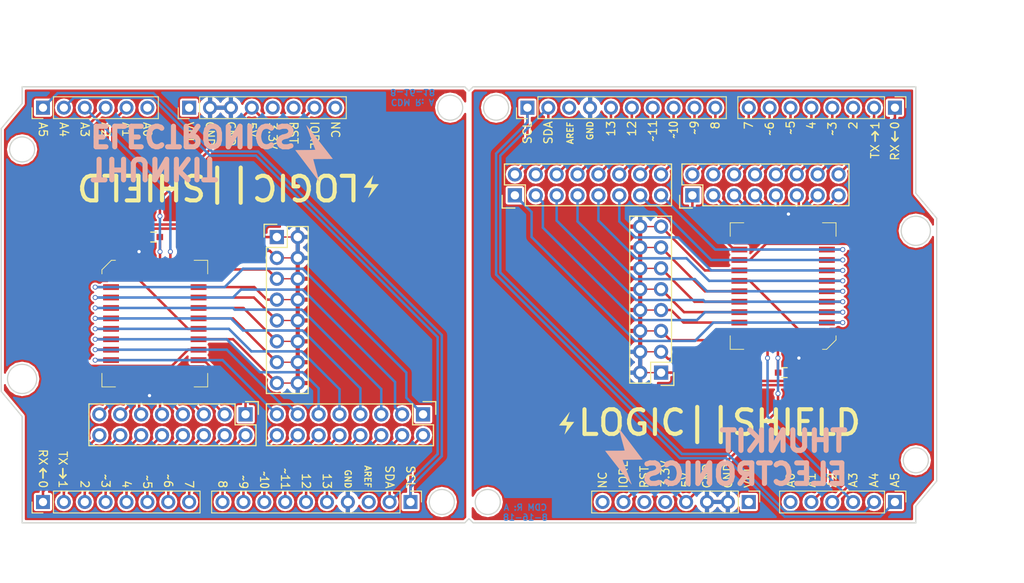
<source format=kicad_pcb>
(kicad_pcb (version 4) (host pcbnew 4.0.5+dfsg1-4)
  (title_block (title "MAKIT-THT Soldering Kit") (date 2018-05-13) (rev B) (company "Thunkit Electronics"))
  (layers (0 F.Cu signal) (31 B.Cu signal) (34 B.Paste user) (35 F.Paste user) (36 B.SilkS user) (37 F.SilkS user) (38 B.Mask user) (39 F.Mask user) (44 Edge.Cuts user))
  (net 0 "")
  (net 1 VIN)
  (net 2 GND)
  (net 3 +5V)
  (net 4 RST)
  (net 5 PC5)
  (net 6 PC4)
  (net 7 PC3)
  (net 8 PC2)
  (net 9 PC1)
  (net 10 PC0)
  (net 11 PB0)
  (net 12 PB1)
  (net 13 PB2)
  (net 14 PB3)
  (net 15 PB4)
  (net 16 PB5)
  (net 17 AREF)
  (net 18 PD0)
  (net 19 PD1)
  (net 20 PD2)
  (net 21 PD3)
  (net 22 PD4)
  (net 23 PD6)
  (net 24 PD7)
  (net 25 PD5)
  (net 26 "Net-(P3-Pad8)")
  (net 27 +3V3)
  (net 28 "Net-(P2-Pad1)")
  (net 29 "Net-(P2-Pad3)")
  (net 30 "Net-(P2-Pad5)")
  (net 31 "Net-(P2-Pad7)")
  (net 32 "Net-(U1-Pad1)")
  (net 33 "Net-(U1-Pad30)")
  (net 34 "Net-(P7-Pad1)")
  (net 35 "Net-(P7-Pad3)")
  (net 36 "Net-(P7-Pad5)")
  (net 37 "Net-(P7-Pad7)")
  (net 38 "Net-(P7-Pad9)")
  (net 39 "Net-(P7-Pad11)")
  (net 40 "Net-(P7-Pad13)")
  (net 41 "Net-(P7-Pad15)")
  (net 42 "Net-(P2-Pad9)")
  (net 43 "Net-(P2-Pad11)")
  (net 44 "Net-(P2-Pad13)")
  (net 45 "Net-(P2-Pad15)")
  (net 46 "Net-(P1-Pad1)")
  (net 47 "Net-(P1-Pad3)")
  (net 48 "Net-(P1-Pad5)")
  (net 49 "Net-(P1-Pad7)")
  (net 50 "Net-(P1-Pad9)")
  (net 51 "Net-(P1-Pad11)")
  (net 52 "Net-(P1-Pad13)")
  (net 53 "Net-(P1-Pad15)")
  (module MOD:lightning3 (layer B.Cu) (at 106.9975 79.8195 180)
    (fp_text reference G*** hide)
    (fp_text value LOGO hide)
  )
  (module Capacitors_SMD:C_0603 (layer F.Cu) (at 87.63 90.17)
    (fp_text reference C1 hide)
    (fp_text value 1uF)
    (pad 1 smd rect (at -0.75 0) (size 0.8 0.75) (layers F.Cu F.Paste F.Mask) (net 2 GND))
    (pad 2 smd rect (at 0.75 0) (size 0.8 0.75) (layers F.Cu F.Paste F.Mask) (net 3 +5V))
  )
  (module Pin_Headers:Pin_Header_Straight_1x06_Pitch2.54mm (layer F.Cu) (at 74.168 74.422 90)
    (fp_text reference P4 hide)
    (fp_text value CONN_01X06)
    (pad 1 thru_hole rect (at 0 0 90) (size 1.7 1.7) (drill 1) (layers *.Cu *.Mask) (net 5 PC5))
    (pad 2 thru_hole oval (at 0 2.54 90) (size 1.7 1.7) (drill 1) (layers *.Cu *.Mask) (net 6 PC4))
    (pad 3 thru_hole oval (at 0 5.08 90) (size 1.7 1.7) (drill 1) (layers *.Cu *.Mask) (net 7 PC3))
    (pad 4 thru_hole oval (at 0 7.62 90) (size 1.7 1.7) (drill 1) (layers *.Cu *.Mask) (net 8 PC2))
    (pad 5 thru_hole oval (at 0 10.16 90) (size 1.7 1.7) (drill 1) (layers *.Cu *.Mask) (net 9 PC1))
    (pad 6 thru_hole oval (at 0 12.7 90) (size 1.7 1.7) (drill 1) (layers *.Cu *.Mask) (net 10 PC0))
  )
  (module Pin_Headers:Pin_Header_Straight_1x08_Pitch2.54mm (layer F.Cu) (at 91.948 74.422 90)
    (fp_text reference P3 hide)
    (fp_text value CONN_01X08)
    (pad 1 thru_hole rect (at 0 0 90) (size 1.7 1.7) (drill 1) (layers *.Cu *.Mask) (net 1 VIN))
    (pad 2 thru_hole oval (at 0 2.54 90) (size 1.7 1.7) (drill 1) (layers *.Cu *.Mask) (net 2 GND))
    (pad 3 thru_hole oval (at 0 5.08 90) (size 1.7 1.7) (drill 1) (layers *.Cu *.Mask) (net 2 GND))
    (pad 4 thru_hole oval (at 0 7.62 90) (size 1.7 1.7) (drill 1) (layers *.Cu *.Mask) (net 3 +5V))
    (pad 5 thru_hole oval (at 0 10.16 90) (size 1.7 1.7) (drill 1) (layers *.Cu *.Mask) (net 27 +3V3))
    (pad 6 thru_hole oval (at 0 12.7 90) (size 1.7 1.7) (drill 1) (layers *.Cu *.Mask) (net 4 RST))
    (pad 7 thru_hole oval (at 0 15.24 90) (size 1.7 1.7) (drill 1) (layers *.Cu *.Mask) (net 3 +5V))
    (pad 8 thru_hole oval (at 0 17.78 90) (size 1.7 1.7) (drill 1) (layers *.Cu *.Mask) (net 26 "Net-(P3-Pad8)"))
  )
  (module MOD:lightning (layer F.Cu) (at 114.046 84.074 180)
    (fp_text reference G*** hide)
    (fp_text value LOGO hide)
  )
  (module "MOD:GND VIA" (layer F.Cu) (at 85.852 93.218 180)
    (fp_text reference "" (at 0 0 180) (layer F.SilkS))
    (fp_text value "" (at 0 0 180) (layer F.SilkS))
    (pad 1 thru_hole circle (at 0 1.27 180) (size 0.6 0.6) (drill 0.4) (layers *.Cu) (net 2 GND))
  )
  (module "MOD:GND VIA" (layer F.Cu) (at 87.122 110.744 180)
    (fp_text reference "" (at 0 0 180) (layer F.SilkS))
    (fp_text value "" (at 0 0 180) (layer F.SilkS))
    (pad 1 thru_hole circle (at 0 1.27 180) (size 0.6 0.6) (drill 0.4) (layers *.Cu) (net 2 GND))
  )
  (module Pin_Headers:Pin_Header_Straight_2x08 (layer F.Cu) (at 120.396 111.76 270)
    (fp_text reference P7 hide)
    (fp_text value CONN_02X08)
    (pad 1 thru_hole rect (at 0 0 270) (size 1.7272 1.7272) (drill 1.016) (layers *.Cu *.Mask) (net 34 "Net-(P7-Pad1)"))
    (pad 2 thru_hole oval (at 2.54 0 270) (size 1.7272 1.7272) (drill 1.016) (layers *.Cu *.Mask) (net 5 PC5))
    (pad 3 thru_hole oval (at 0 2.54 270) (size 1.7272 1.7272) (drill 1.016) (layers *.Cu *.Mask) (net 35 "Net-(P7-Pad3)"))
    (pad 4 thru_hole oval (at 2.54 2.54 270) (size 1.7272 1.7272) (drill 1.016) (layers *.Cu *.Mask) (net 6 PC4))
    (pad 5 thru_hole oval (at 0 5.08 270) (size 1.7272 1.7272) (drill 1.016) (layers *.Cu *.Mask) (net 36 "Net-(P7-Pad5)"))
    (pad 6 thru_hole oval (at 2.54 5.08 270) (size 1.7272 1.7272) (drill 1.016) (layers *.Cu *.Mask) (net 16 PB5))
    (pad 7 thru_hole oval (at 0 7.62 270) (size 1.7272 1.7272) (drill 1.016) (layers *.Cu *.Mask) (net 37 "Net-(P7-Pad7)"))
    (pad 8 thru_hole oval (at 2.54 7.62 270) (size 1.7272 1.7272) (drill 1.016) (layers *.Cu *.Mask) (net 15 PB4))
    (pad 9 thru_hole oval (at 0 10.16 270) (size 1.7272 1.7272) (drill 1.016) (layers *.Cu *.Mask) (net 38 "Net-(P7-Pad9)"))
    (pad 10 thru_hole oval (at 2.54 10.16 270) (size 1.7272 1.7272) (drill 1.016) (layers *.Cu *.Mask) (net 14 PB3))
    (pad 11 thru_hole oval (at 0 12.7 270) (size 1.7272 1.7272) (drill 1.016) (layers *.Cu *.Mask) (net 39 "Net-(P7-Pad11)"))
    (pad 12 thru_hole oval (at 2.54 12.7 270) (size 1.7272 1.7272) (drill 1.016) (layers *.Cu *.Mask) (net 13 PB2))
    (pad 13 thru_hole oval (at 0 15.24 270) (size 1.7272 1.7272) (drill 1.016) (layers *.Cu *.Mask) (net 40 "Net-(P7-Pad13)"))
    (pad 14 thru_hole oval (at 2.54 15.24 270) (size 1.7272 1.7272) (drill 1.016) (layers *.Cu *.Mask) (net 12 PB1))
    (pad 15 thru_hole oval (at 0 17.78 270) (size 1.7272 1.7272) (drill 1.016) (layers *.Cu *.Mask) (net 41 "Net-(P7-Pad15)"))
    (pad 16 thru_hole oval (at 2.54 17.78 270) (size 1.7272 1.7272) (drill 1.016) (layers *.Cu *.Mask) (net 11 PB0))
  )
  (module Pin_Headers:Pin_Header_Straight_1x10_Pitch2.54mm (layer F.Cu) (at 118.872 122.428 270)
    (fp_text reference P5 hide)
    (fp_text value CONN_01X10)
    (pad 1 thru_hole rect (at 0 0 270) (size 1.7 1.7) (drill 1) (layers *.Cu *.Mask) (net 5 PC5))
    (pad 2 thru_hole oval (at 0 2.54 270) (size 1.7 1.7) (drill 1) (layers *.Cu *.Mask) (net 6 PC4))
    (pad 3 thru_hole oval (at 0 5.08 270) (size 1.7 1.7) (drill 1) (layers *.Cu *.Mask) (net 17 AREF))
    (pad 4 thru_hole oval (at 0 7.62 270) (size 1.7 1.7) (drill 1) (layers *.Cu *.Mask) (net 2 GND))
    (pad 5 thru_hole oval (at 0 10.16 270) (size 1.7 1.7) (drill 1) (layers *.Cu *.Mask) (net 16 PB5))
    (pad 6 thru_hole oval (at 0 12.7 270) (size 1.7 1.7) (drill 1) (layers *.Cu *.Mask) (net 15 PB4))
    (pad 7 thru_hole oval (at 0 15.24 270) (size 1.7 1.7) (drill 1) (layers *.Cu *.Mask) (net 14 PB3))
    (pad 8 thru_hole oval (at 0 17.78 270) (size 1.7 1.7) (drill 1) (layers *.Cu *.Mask) (net 13 PB2))
    (pad 9 thru_hole oval (at 0 20.32 270) (size 1.7 1.7) (drill 1) (layers *.Cu *.Mask) (net 12 PB1))
    (pad 10 thru_hole oval (at 0 22.86 270) (size 1.7 1.7) (drill 1) (layers *.Cu *.Mask) (net 11 PB0))
  )
  (module Pin_Headers:Pin_Header_Straight_2x08 (layer F.Cu) (at 98.806 111.76 270)
    (fp_text reference P1 hide)
    (fp_text value CONN_02X08)
    (pad 1 thru_hole rect (at 0 0 270) (size 1.7272 1.7272) (drill 1.016) (layers *.Cu *.Mask) (net 46 "Net-(P1-Pad1)"))
    (pad 2 thru_hole oval (at 2.54 0 270) (size 1.7272 1.7272) (drill 1.016) (layers *.Cu *.Mask) (net 24 PD7))
    (pad 3 thru_hole oval (at 0 2.54 270) (size 1.7272 1.7272) (drill 1.016) (layers *.Cu *.Mask) (net 47 "Net-(P1-Pad3)"))
    (pad 4 thru_hole oval (at 2.54 2.54 270) (size 1.7272 1.7272) (drill 1.016) (layers *.Cu *.Mask) (net 23 PD6))
    (pad 5 thru_hole oval (at 0 5.08 270) (size 1.7272 1.7272) (drill 1.016) (layers *.Cu *.Mask) (net 48 "Net-(P1-Pad5)"))
    (pad 6 thru_hole oval (at 2.54 5.08 270) (size 1.7272 1.7272) (drill 1.016) (layers *.Cu *.Mask) (net 25 PD5))
    (pad 7 thru_hole oval (at 0 7.62 270) (size 1.7272 1.7272) (drill 1.016) (layers *.Cu *.Mask) (net 49 "Net-(P1-Pad7)"))
    (pad 8 thru_hole oval (at 2.54 7.62 270) (size 1.7272 1.7272) (drill 1.016) (layers *.Cu *.Mask) (net 22 PD4))
    (pad 9 thru_hole oval (at 0 10.16 270) (size 1.7272 1.7272) (drill 1.016) (layers *.Cu *.Mask) (net 50 "Net-(P1-Pad9)"))
    (pad 10 thru_hole oval (at 2.54 10.16 270) (size 1.7272 1.7272) (drill 1.016) (layers *.Cu *.Mask) (net 21 PD3))
    (pad 11 thru_hole oval (at 0 12.7 270) (size 1.7272 1.7272) (drill 1.016) (layers *.Cu *.Mask) (net 51 "Net-(P1-Pad11)"))
    (pad 12 thru_hole oval (at 2.54 12.7 270) (size 1.7272 1.7272) (drill 1.016) (layers *.Cu *.Mask) (net 20 PD2))
    (pad 13 thru_hole oval (at 0 15.24 270) (size 1.7272 1.7272) (drill 1.016) (layers *.Cu *.Mask) (net 52 "Net-(P1-Pad13)"))
    (pad 14 thru_hole oval (at 2.54 15.24 270) (size 1.7272 1.7272) (drill 1.016) (layers *.Cu *.Mask) (net 19 PD1))
    (pad 15 thru_hole oval (at 0 17.78 270) (size 1.7272 1.7272) (drill 1.016) (layers *.Cu *.Mask) (net 53 "Net-(P1-Pad15)"))
    (pad 16 thru_hole oval (at 2.54 17.78 270) (size 1.7272 1.7272) (drill 1.016) (layers *.Cu *.Mask) (net 18 PD0))
  )
  (module Pin_Headers:Pin_Header_Straight_2x08 (layer F.Cu) (at 102.616 90.17)
    (fp_text reference P2 hide)
    (fp_text value CONN_02X08)
    (pad 1 thru_hole rect (at 0 0) (size 1.7272 1.7272) (drill 1.016) (layers *.Cu *.Mask) (net 28 "Net-(P2-Pad1)"))
    (pad 2 thru_hole oval (at 2.54 0) (size 1.7272 1.7272) (drill 1.016) (layers *.Cu *.Mask) (net 2 GND))
    (pad 3 thru_hole oval (at 0 2.54) (size 1.7272 1.7272) (drill 1.016) (layers *.Cu *.Mask) (net 29 "Net-(P2-Pad3)"))
    (pad 4 thru_hole oval (at 2.54 2.54) (size 1.7272 1.7272) (drill 1.016) (layers *.Cu *.Mask) (net 2 GND))
    (pad 5 thru_hole oval (at 0 5.08) (size 1.7272 1.7272) (drill 1.016) (layers *.Cu *.Mask) (net 30 "Net-(P2-Pad5)"))
    (pad 6 thru_hole oval (at 2.54 5.08) (size 1.7272 1.7272) (drill 1.016) (layers *.Cu *.Mask) (net 2 GND))
    (pad 7 thru_hole oval (at 0 7.62) (size 1.7272 1.7272) (drill 1.016) (layers *.Cu *.Mask) (net 31 "Net-(P2-Pad7)"))
    (pad 8 thru_hole oval (at 2.54 7.62) (size 1.7272 1.7272) (drill 1.016) (layers *.Cu *.Mask) (net 2 GND))
    (pad 9 thru_hole oval (at 0 10.16) (size 1.7272 1.7272) (drill 1.016) (layers *.Cu *.Mask) (net 42 "Net-(P2-Pad9)"))
    (pad 10 thru_hole oval (at 2.54 10.16) (size 1.7272 1.7272) (drill 1.016) (layers *.Cu *.Mask) (net 2 GND))
    (pad 11 thru_hole oval (at 0 12.7) (size 1.7272 1.7272) (drill 1.016) (layers *.Cu *.Mask) (net 43 "Net-(P2-Pad11)"))
    (pad 12 thru_hole oval (at 2.54 12.7) (size 1.7272 1.7272) (drill 1.016) (layers *.Cu *.Mask) (net 2 GND))
    (pad 13 thru_hole oval (at 0 15.24) (size 1.7272 1.7272) (drill 1.016) (layers *.Cu *.Mask) (net 44 "Net-(P2-Pad13)"))
    (pad 14 thru_hole oval (at 2.54 15.24) (size 1.7272 1.7272) (drill 1.016) (layers *.Cu *.Mask) (net 2 GND))
    (pad 15 thru_hole oval (at 0 17.78) (size 1.7272 1.7272) (drill 1.016) (layers *.Cu *.Mask) (net 45 "Net-(P2-Pad15)"))
    (pad 16 thru_hole oval (at 2.54 17.78) (size 1.7272 1.7272) (drill 1.016) (layers *.Cu *.Mask) (net 2 GND))
  )
  (module MOD:PLCC-32 (layer F.Cu) (at 87.7685 100.711)
    (fp_text reference U1 hide)
    (fp_text value SST39VF010-70-4C-NHE)
    (pad 1 smd rect (at -0.635 -6.5925) (size 0.7 1.925) (layers F.Cu F.Paste F.Mask) (net 32 "Net-(U1-Pad1)"))
    (pad 2 smd rect (at -1.905 -6.5925) (size 0.7 1.925) (layers F.Cu F.Paste F.Mask) (net 2 GND))
    (pad 3 smd rect (at -3.175 -6.5925) (size 0.7 1.925) (layers F.Cu F.Paste F.Mask) (net 29 "Net-(P2-Pad3)"))
    (pad 4 smd rect (at -4.445 -6.5925) (size 0.7 1.925) (layers F.Cu F.Paste F.Mask) (net 28 "Net-(P2-Pad1)"))
    (pad 32 smd rect (at 0.635 -6.5925) (size 0.7 1.925) (layers F.Cu F.Paste F.Mask) (net 3 +5V))
    (pad 31 smd rect (at 1.905 -6.5925) (size 0.7 1.925) (layers F.Cu F.Paste F.Mask) (net 7 PC3))
    (pad 30 smd rect (at 3.175 -6.5925) (size 0.7 1.925) (layers F.Cu F.Paste F.Mask) (net 33 "Net-(U1-Pad30)"))
    (pad 29 smd rect (at 4.445 -6.5925) (size 0.7 1.925) (layers F.Cu F.Paste F.Mask) (net 30 "Net-(P2-Pad5)"))
    (pad 5 smd rect (at -5.3225 -4.445) (size 1.925 0.7) (layers F.Cu F.Paste F.Mask) (net 34 "Net-(P7-Pad1)"))
    (pad 6 smd rect (at -5.3225 -3.175) (size 1.925 0.7) (layers F.Cu F.Paste F.Mask) (net 35 "Net-(P7-Pad3)"))
    (pad 7 smd rect (at -5.3225 -1.905) (size 1.925 0.7) (layers F.Cu F.Paste F.Mask) (net 36 "Net-(P7-Pad5)"))
    (pad 8 smd rect (at -5.3225 -0.635) (size 1.925 0.7) (layers F.Cu F.Paste F.Mask) (net 37 "Net-(P7-Pad7)"))
    (pad 9 smd rect (at -5.3225 0.635) (size 1.925 0.7) (layers F.Cu F.Paste F.Mask) (net 38 "Net-(P7-Pad9)"))
    (pad 10 smd rect (at -5.3225 1.905) (size 1.925 0.7) (layers F.Cu F.Paste F.Mask) (net 39 "Net-(P7-Pad11)"))
    (pad 11 smd rect (at -5.3225 3.175) (size 1.925 0.7) (layers F.Cu F.Paste F.Mask) (net 40 "Net-(P7-Pad13)"))
    (pad 12 smd rect (at -5.3225 4.445) (size 1.925 0.7) (layers F.Cu F.Paste F.Mask) (net 41 "Net-(P7-Pad15)"))
    (pad 13 smd rect (at -4.445 6.5925) (size 0.7 1.925) (layers F.Cu F.Paste F.Mask) (net 53 "Net-(P1-Pad15)"))
    (pad 14 smd rect (at -3.175 6.5925) (size 0.7 1.925) (layers F.Cu F.Paste F.Mask) (net 52 "Net-(P1-Pad13)"))
    (pad 15 smd rect (at -1.905 6.5925) (size 0.7 1.925) (layers F.Cu F.Paste F.Mask) (net 51 "Net-(P1-Pad11)"))
    (pad 16 smd rect (at -0.635 6.5925) (size 0.7 1.925) (layers F.Cu F.Paste F.Mask) (net 2 GND))
    (pad 17 smd rect (at 0.635 6.5925) (size 0.7 1.925) (layers F.Cu F.Paste F.Mask) (net 50 "Net-(P1-Pad9)"))
    (pad 18 smd rect (at 1.905 6.5925) (size 0.7 1.925) (layers F.Cu F.Paste F.Mask) (net 49 "Net-(P1-Pad7)"))
    (pad 19 smd rect (at 3.175 6.5925) (size 0.7 1.925) (layers F.Cu F.Paste F.Mask) (net 48 "Net-(P1-Pad5)"))
    (pad 20 smd rect (at 4.445 6.5925) (size 0.7 1.925) (layers F.Cu F.Paste F.Mask) (net 47 "Net-(P1-Pad3)"))
    (pad 21 smd rect (at 5.3225 4.445) (size 1.925 0.7) (layers F.Cu F.Paste F.Mask) (net 46 "Net-(P1-Pad1)"))
    (pad 22 smd rect (at 5.3225 3.175) (size 1.925 0.7) (layers F.Cu F.Paste F.Mask) (net 8 PC2))
    (pad 23 smd rect (at 5.3225 1.905) (size 1.925 0.7) (layers F.Cu F.Paste F.Mask) (net 45 "Net-(P2-Pad15)"))
    (pad 24 smd rect (at 5.3225 0.635) (size 1.925 0.7) (layers F.Cu F.Paste F.Mask) (net 9 PC1))
    (pad 25 smd rect (at 5.3225 -0.635) (size 1.925 0.7) (layers F.Cu F.Paste F.Mask) (net 44 "Net-(P2-Pad13)"))
    (pad 26 smd rect (at 5.3225 -1.905) (size 1.925 0.7) (layers F.Cu F.Paste F.Mask) (net 43 "Net-(P2-Pad11)"))
    (pad 27 smd rect (at 5.3225 -3.175) (size 1.925 0.7) (layers F.Cu F.Paste F.Mask) (net 42 "Net-(P2-Pad9)"))
    (pad 28 smd rect (at 5.3225 -4.445) (size 1.925 0.7) (layers F.Cu F.Paste F.Mask) (net 31 "Net-(P2-Pad7)"))
  )
  (module Pin_Headers:Pin_Header_Straight_1x08_Pitch2.54mm (layer F.Cu) (at 74.168 122.428 90)
    (fp_text reference P6 hide)
    (fp_text value CONN_01X08)
    (pad 1 thru_hole rect (at 0 0 90) (size 1.7 1.7) (drill 1) (layers *.Cu *.Mask) (net 18 PD0))
    (pad 2 thru_hole oval (at 0 2.54 90) (size 1.7 1.7) (drill 1) (layers *.Cu *.Mask) (net 19 PD1))
    (pad 3 thru_hole oval (at 0 5.08 90) (size 1.7 1.7) (drill 1) (layers *.Cu *.Mask) (net 20 PD2))
    (pad 4 thru_hole oval (at 0 7.62 90) (size 1.7 1.7) (drill 1) (layers *.Cu *.Mask) (net 21 PD3))
    (pad 5 thru_hole oval (at 0 10.16 90) (size 1.7 1.7) (drill 1) (layers *.Cu *.Mask) (net 22 PD4))
    (pad 6 thru_hole oval (at 0 12.7 90) (size 1.7 1.7) (drill 1) (layers *.Cu *.Mask) (net 25 PD5))
    (pad 7 thru_hole oval (at 0 15.24 90) (size 1.7 1.7) (drill 1) (layers *.Cu *.Mask) (net 23 PD6))
    (pad 8 thru_hole oval (at 0 17.78 90) (size 1.7 1.7) (drill 1) (layers *.Cu *.Mask) (net 24 PD7))
  )
  (module "MOD:GND VIA" (layer F.Cu) (at 166.116 103.632)
    (fp_text reference "" (at 0 0) (layer F.SilkS))
    (fp_text value "" (at 0 0) (layer F.SilkS))
    (pad 1 thru_hole circle (at 0 1.27) (size 0.6 0.6) (drill 0.4) (layers *.Cu) (net 2 GND))
  )
  (module Pin_Headers:Pin_Header_Straight_2x08 (layer F.Cu) (at 153.162 85.09 90)
    (fp_text reference P1 hide)
    (fp_text value CONN_02X08)
    (pad 1 thru_hole rect (at 0 0 90) (size 1.7272 1.7272) (drill 1.016) (layers *.Cu *.Mask) (net 46 "Net-(P1-Pad1)"))
    (pad 2 thru_hole oval (at 2.54 0 90) (size 1.7272 1.7272) (drill 1.016) (layers *.Cu *.Mask) (net 24 PD7))
    (pad 3 thru_hole oval (at 0 2.54 90) (size 1.7272 1.7272) (drill 1.016) (layers *.Cu *.Mask) (net 47 "Net-(P1-Pad3)"))
    (pad 4 thru_hole oval (at 2.54 2.54 90) (size 1.7272 1.7272) (drill 1.016) (layers *.Cu *.Mask) (net 23 PD6))
    (pad 5 thru_hole oval (at 0 5.08 90) (size 1.7272 1.7272) (drill 1.016) (layers *.Cu *.Mask) (net 48 "Net-(P1-Pad5)"))
    (pad 6 thru_hole oval (at 2.54 5.08 90) (size 1.7272 1.7272) (drill 1.016) (layers *.Cu *.Mask) (net 25 PD5))
    (pad 7 thru_hole oval (at 0 7.62 90) (size 1.7272 1.7272) (drill 1.016) (layers *.Cu *.Mask) (net 49 "Net-(P1-Pad7)"))
    (pad 8 thru_hole oval (at 2.54 7.62 90) (size 1.7272 1.7272) (drill 1.016) (layers *.Cu *.Mask) (net 22 PD4))
    (pad 9 thru_hole oval (at 0 10.16 90) (size 1.7272 1.7272) (drill 1.016) (layers *.Cu *.Mask) (net 50 "Net-(P1-Pad9)"))
    (pad 10 thru_hole oval (at 2.54 10.16 90) (size 1.7272 1.7272) (drill 1.016) (layers *.Cu *.Mask) (net 21 PD3))
    (pad 11 thru_hole oval (at 0 12.7 90) (size 1.7272 1.7272) (drill 1.016) (layers *.Cu *.Mask) (net 51 "Net-(P1-Pad11)"))
    (pad 12 thru_hole oval (at 2.54 12.7 90) (size 1.7272 1.7272) (drill 1.016) (layers *.Cu *.Mask) (net 20 PD2))
    (pad 13 thru_hole oval (at 0 15.24 90) (size 1.7272 1.7272) (drill 1.016) (layers *.Cu *.Mask) (net 52 "Net-(P1-Pad13)"))
    (pad 14 thru_hole oval (at 2.54 15.24 90) (size 1.7272 1.7272) (drill 1.016) (layers *.Cu *.Mask) (net 19 PD1))
    (pad 15 thru_hole oval (at 0 17.78 90) (size 1.7272 1.7272) (drill 1.016) (layers *.Cu *.Mask) (net 53 "Net-(P1-Pad15)"))
    (pad 16 thru_hole oval (at 2.54 17.78 90) (size 1.7272 1.7272) (drill 1.016) (layers *.Cu *.Mask) (net 18 PD0))
  )
  (module Pin_Headers:Pin_Header_Straight_1x06_Pitch2.54mm (layer F.Cu) (at 177.8 122.428 270)
    (fp_text reference P4 hide)
    (fp_text value CONN_01X06)
    (pad 1 thru_hole rect (at 0 0 270) (size 1.7 1.7) (drill 1) (layers *.Cu *.Mask) (net 5 PC5))
    (pad 2 thru_hole oval (at 0 2.54 270) (size 1.7 1.7) (drill 1) (layers *.Cu *.Mask) (net 6 PC4))
    (pad 3 thru_hole oval (at 0 5.08 270) (size 1.7 1.7) (drill 1) (layers *.Cu *.Mask) (net 7 PC3))
    (pad 4 thru_hole oval (at 0 7.62 270) (size 1.7 1.7) (drill 1) (layers *.Cu *.Mask) (net 8 PC2))
    (pad 5 thru_hole oval (at 0 10.16 270) (size 1.7 1.7) (drill 1) (layers *.Cu *.Mask) (net 9 PC1))
    (pad 6 thru_hole oval (at 0 12.7 270) (size 1.7 1.7) (drill 1) (layers *.Cu *.Mask) (net 10 PC0))
  )
  (module Pin_Headers:Pin_Header_Straight_1x08_Pitch2.54mm (layer F.Cu) (at 177.8 74.422 270)
    (fp_text reference P6 hide)
    (fp_text value CONN_01X08)
    (pad 1 thru_hole rect (at 0 0 270) (size 1.7 1.7) (drill 1) (layers *.Cu *.Mask) (net 18 PD0))
    (pad 2 thru_hole oval (at 0 2.54 270) (size 1.7 1.7) (drill 1) (layers *.Cu *.Mask) (net 19 PD1))
    (pad 3 thru_hole oval (at 0 5.08 270) (size 1.7 1.7) (drill 1) (layers *.Cu *.Mask) (net 20 PD2))
    (pad 4 thru_hole oval (at 0 7.62 270) (size 1.7 1.7) (drill 1) (layers *.Cu *.Mask) (net 21 PD3))
    (pad 5 thru_hole oval (at 0 10.16 270) (size 1.7 1.7) (drill 1) (layers *.Cu *.Mask) (net 22 PD4))
    (pad 6 thru_hole oval (at 0 12.7 270) (size 1.7 1.7) (drill 1) (layers *.Cu *.Mask) (net 25 PD5))
    (pad 7 thru_hole oval (at 0 15.24 270) (size 1.7 1.7) (drill 1) (layers *.Cu *.Mask) (net 23 PD6))
    (pad 8 thru_hole oval (at 0 17.78 270) (size 1.7 1.7) (drill 1) (layers *.Cu *.Mask) (net 24 PD7))
  )
  (module Pin_Headers:Pin_Header_Straight_1x08_Pitch2.54mm (layer F.Cu) (at 160.02 122.428 270)
    (fp_text reference P3 hide)
    (fp_text value CONN_01X08)
    (pad 1 thru_hole rect (at 0 0 270) (size 1.7 1.7) (drill 1) (layers *.Cu *.Mask) (net 1 VIN))
    (pad 2 thru_hole oval (at 0 2.54 270) (size 1.7 1.7) (drill 1) (layers *.Cu *.Mask) (net 2 GND))
    (pad 3 thru_hole oval (at 0 5.08 270) (size 1.7 1.7) (drill 1) (layers *.Cu *.Mask) (net 2 GND))
    (pad 4 thru_hole oval (at 0 7.62 270) (size 1.7 1.7) (drill 1) (layers *.Cu *.Mask) (net 3 +5V))
    (pad 5 thru_hole oval (at 0 10.16 270) (size 1.7 1.7) (drill 1) (layers *.Cu *.Mask) (net 27 +3V3))
    (pad 6 thru_hole oval (at 0 12.7 270) (size 1.7 1.7) (drill 1) (layers *.Cu *.Mask) (net 4 RST))
    (pad 7 thru_hole oval (at 0 15.24 270) (size 1.7 1.7) (drill 1) (layers *.Cu *.Mask) (net 3 +5V))
    (pad 8 thru_hole oval (at 0 17.78 270) (size 1.7 1.7) (drill 1) (layers *.Cu *.Mask) (net 26 "Net-(P3-Pad8)"))
  )
  (module MOD:lightning (layer F.Cu) (at 137.922 112.776)
    (fp_text reference G*** hide)
    (fp_text value LOGO hide)
  )
  (module Pin_Headers:Pin_Header_Straight_1x10_Pitch2.54mm (layer F.Cu) (at 133.096 74.422 90)
    (fp_text reference P5 hide)
    (fp_text value CONN_01X10)
    (pad 1 thru_hole rect (at 0 0 90) (size 1.7 1.7) (drill 1) (layers *.Cu *.Mask) (net 5 PC5))
    (pad 2 thru_hole oval (at 0 2.54 90) (size 1.7 1.7) (drill 1) (layers *.Cu *.Mask) (net 6 PC4))
    (pad 3 thru_hole oval (at 0 5.08 90) (size 1.7 1.7) (drill 1) (layers *.Cu *.Mask) (net 17 AREF))
    (pad 4 thru_hole oval (at 0 7.62 90) (size 1.7 1.7) (drill 1) (layers *.Cu *.Mask) (net 2 GND))
    (pad 5 thru_hole oval (at 0 10.16 90) (size 1.7 1.7) (drill 1) (layers *.Cu *.Mask) (net 16 PB5))
    (pad 6 thru_hole oval (at 0 12.7 90) (size 1.7 1.7) (drill 1) (layers *.Cu *.Mask) (net 15 PB4))
    (pad 7 thru_hole oval (at 0 15.24 90) (size 1.7 1.7) (drill 1) (layers *.Cu *.Mask) (net 14 PB3))
    (pad 8 thru_hole oval (at 0 17.78 90) (size 1.7 1.7) (drill 1) (layers *.Cu *.Mask) (net 13 PB2))
    (pad 9 thru_hole oval (at 0 20.32 90) (size 1.7 1.7) (drill 1) (layers *.Cu *.Mask) (net 12 PB1))
    (pad 10 thru_hole oval (at 0 22.86 90) (size 1.7 1.7) (drill 1) (layers *.Cu *.Mask) (net 11 PB0))
  )
  (module MOD:lightning3 (layer B.Cu) (at 144.9705 117.0305)
    (fp_text reference G*** hide)
    (fp_text value LOGO hide)
  )
  (module MOD:PLCC-32 (layer F.Cu) (at 164.1995 96.139 180)
    (fp_text reference U1 hide)
    (fp_text value SST39VF010-70-4C-NHE)
    (pad 1 smd rect (at -0.635 -6.5925 180) (size 0.7 1.925) (layers F.Cu F.Paste F.Mask) (net 32 "Net-(U1-Pad1)"))
    (pad 2 smd rect (at -1.905 -6.5925 180) (size 0.7 1.925) (layers F.Cu F.Paste F.Mask) (net 2 GND))
    (pad 3 smd rect (at -3.175 -6.5925 180) (size 0.7 1.925) (layers F.Cu F.Paste F.Mask) (net 29 "Net-(P2-Pad3)"))
    (pad 4 smd rect (at -4.445 -6.5925 180) (size 0.7 1.925) (layers F.Cu F.Paste F.Mask) (net 28 "Net-(P2-Pad1)"))
    (pad 32 smd rect (at 0.635 -6.5925 180) (size 0.7 1.925) (layers F.Cu F.Paste F.Mask) (net 3 +5V))
    (pad 31 smd rect (at 1.905 -6.5925 180) (size 0.7 1.925) (layers F.Cu F.Paste F.Mask) (net 7 PC3))
    (pad 30 smd rect (at 3.175 -6.5925 180) (size 0.7 1.925) (layers F.Cu F.Paste F.Mask) (net 33 "Net-(U1-Pad30)"))
    (pad 29 smd rect (at 4.445 -6.5925 180) (size 0.7 1.925) (layers F.Cu F.Paste F.Mask) (net 30 "Net-(P2-Pad5)"))
    (pad 5 smd rect (at -5.3225 -4.445 180) (size 1.925 0.7) (layers F.Cu F.Paste F.Mask) (net 34 "Net-(P7-Pad1)"))
    (pad 6 smd rect (at -5.3225 -3.175 180) (size 1.925 0.7) (layers F.Cu F.Paste F.Mask) (net 35 "Net-(P7-Pad3)"))
    (pad 7 smd rect (at -5.3225 -1.905 180) (size 1.925 0.7) (layers F.Cu F.Paste F.Mask) (net 36 "Net-(P7-Pad5)"))
    (pad 8 smd rect (at -5.3225 -0.635 180) (size 1.925 0.7) (layers F.Cu F.Paste F.Mask) (net 37 "Net-(P7-Pad7)"))
    (pad 9 smd rect (at -5.3225 0.635 180) (size 1.925 0.7) (layers F.Cu F.Paste F.Mask) (net 38 "Net-(P7-Pad9)"))
    (pad 10 smd rect (at -5.3225 1.905 180) (size 1.925 0.7) (layers F.Cu F.Paste F.Mask) (net 39 "Net-(P7-Pad11)"))
    (pad 11 smd rect (at -5.3225 3.175 180) (size 1.925 0.7) (layers F.Cu F.Paste F.Mask) (net 40 "Net-(P7-Pad13)"))
    (pad 12 smd rect (at -5.3225 4.445 180) (size 1.925 0.7) (layers F.Cu F.Paste F.Mask) (net 41 "Net-(P7-Pad15)"))
    (pad 13 smd rect (at -4.445 6.5925 180) (size 0.7 1.925) (layers F.Cu F.Paste F.Mask) (net 53 "Net-(P1-Pad15)"))
    (pad 14 smd rect (at -3.175 6.5925 180) (size 0.7 1.925) (layers F.Cu F.Paste F.Mask) (net 52 "Net-(P1-Pad13)"))
    (pad 15 smd rect (at -1.905 6.5925 180) (size 0.7 1.925) (layers F.Cu F.Paste F.Mask) (net 51 "Net-(P1-Pad11)"))
    (pad 16 smd rect (at -0.635 6.5925 180) (size 0.7 1.925) (layers F.Cu F.Paste F.Mask) (net 2 GND))
    (pad 17 smd rect (at 0.635 6.5925 180) (size 0.7 1.925) (layers F.Cu F.Paste F.Mask) (net 50 "Net-(P1-Pad9)"))
    (pad 18 smd rect (at 1.905 6.5925 180) (size 0.7 1.925) (layers F.Cu F.Paste F.Mask) (net 49 "Net-(P1-Pad7)"))
    (pad 19 smd rect (at 3.175 6.5925 180) (size 0.7 1.925) (layers F.Cu F.Paste F.Mask) (net 48 "Net-(P1-Pad5)"))
    (pad 20 smd rect (at 4.445 6.5925 180) (size 0.7 1.925) (layers F.Cu F.Paste F.Mask) (net 47 "Net-(P1-Pad3)"))
    (pad 21 smd rect (at 5.3225 4.445 180) (size 1.925 0.7) (layers F.Cu F.Paste F.Mask) (net 46 "Net-(P1-Pad1)"))
    (pad 22 smd rect (at 5.3225 3.175 180) (size 1.925 0.7) (layers F.Cu F.Paste F.Mask) (net 8 PC2))
    (pad 23 smd rect (at 5.3225 1.905 180) (size 1.925 0.7) (layers F.Cu F.Paste F.Mask) (net 45 "Net-(P2-Pad15)"))
    (pad 24 smd rect (at 5.3225 0.635 180) (size 1.925 0.7) (layers F.Cu F.Paste F.Mask) (net 9 PC1))
    (pad 25 smd rect (at 5.3225 -0.635 180) (size 1.925 0.7) (layers F.Cu F.Paste F.Mask) (net 44 "Net-(P2-Pad13)"))
    (pad 26 smd rect (at 5.3225 -1.905 180) (size 1.925 0.7) (layers F.Cu F.Paste F.Mask) (net 43 "Net-(P2-Pad11)"))
    (pad 27 smd rect (at 5.3225 -3.175 180) (size 1.925 0.7) (layers F.Cu F.Paste F.Mask) (net 42 "Net-(P2-Pad9)"))
    (pad 28 smd rect (at 5.3225 -4.445 180) (size 1.925 0.7) (layers F.Cu F.Paste F.Mask) (net 31 "Net-(P2-Pad7)"))
  )
  (module Capacitors_SMD:C_0603 (layer F.Cu) (at 164.338 106.68 180)
    (fp_text reference C1 hide)
    (fp_text value 1uF)
    (pad 1 smd rect (at -0.75 0 180) (size 0.8 0.75) (layers F.Cu F.Paste F.Mask) (net 2 GND))
    (pad 2 smd rect (at 0.75 0 180) (size 0.8 0.75) (layers F.Cu F.Paste F.Mask) (net 3 +5V))
  )
  (module Pin_Headers:Pin_Header_Straight_2x08 (layer F.Cu) (at 149.352 106.68 180)
    (fp_text reference P2 hide)
    (fp_text value CONN_02X08)
    (pad 1 thru_hole rect (at 0 0 180) (size 1.7272 1.7272) (drill 1.016) (layers *.Cu *.Mask) (net 28 "Net-(P2-Pad1)"))
    (pad 2 thru_hole oval (at 2.54 0 180) (size 1.7272 1.7272) (drill 1.016) (layers *.Cu *.Mask) (net 2 GND))
    (pad 3 thru_hole oval (at 0 2.54 180) (size 1.7272 1.7272) (drill 1.016) (layers *.Cu *.Mask) (net 29 "Net-(P2-Pad3)"))
    (pad 4 thru_hole oval (at 2.54 2.54 180) (size 1.7272 1.7272) (drill 1.016) (layers *.Cu *.Mask) (net 2 GND))
    (pad 5 thru_hole oval (at 0 5.08 180) (size 1.7272 1.7272) (drill 1.016) (layers *.Cu *.Mask) (net 30 "Net-(P2-Pad5)"))
    (pad 6 thru_hole oval (at 2.54 5.08 180) (size 1.7272 1.7272) (drill 1.016) (layers *.Cu *.Mask) (net 2 GND))
    (pad 7 thru_hole oval (at 0 7.62 180) (size 1.7272 1.7272) (drill 1.016) (layers *.Cu *.Mask) (net 31 "Net-(P2-Pad7)"))
    (pad 8 thru_hole oval (at 2.54 7.62 180) (size 1.7272 1.7272) (drill 1.016) (layers *.Cu *.Mask) (net 2 GND))
    (pad 9 thru_hole oval (at 0 10.16 180) (size 1.7272 1.7272) (drill 1.016) (layers *.Cu *.Mask) (net 42 "Net-(P2-Pad9)"))
    (pad 10 thru_hole oval (at 2.54 10.16 180) (size 1.7272 1.7272) (drill 1.016) (layers *.Cu *.Mask) (net 2 GND))
    (pad 11 thru_hole oval (at 0 12.7 180) (size 1.7272 1.7272) (drill 1.016) (layers *.Cu *.Mask) (net 43 "Net-(P2-Pad11)"))
    (pad 12 thru_hole oval (at 2.54 12.7 180) (size 1.7272 1.7272) (drill 1.016) (layers *.Cu *.Mask) (net 2 GND))
    (pad 13 thru_hole oval (at 0 15.24 180) (size 1.7272 1.7272) (drill 1.016) (layers *.Cu *.Mask) (net 44 "Net-(P2-Pad13)"))
    (pad 14 thru_hole oval (at 2.54 15.24 180) (size 1.7272 1.7272) (drill 1.016) (layers *.Cu *.Mask) (net 2 GND))
    (pad 15 thru_hole oval (at 0 17.78 180) (size 1.7272 1.7272) (drill 1.016) (layers *.Cu *.Mask) (net 45 "Net-(P2-Pad15)"))
    (pad 16 thru_hole oval (at 2.54 17.78 180) (size 1.7272 1.7272) (drill 1.016) (layers *.Cu *.Mask) (net 2 GND))
  )
  (module Pin_Headers:Pin_Header_Straight_2x08 (layer F.Cu) (at 131.572 85.09 90)
    (fp_text reference P7 hide)
    (fp_text value CONN_02X08)
    (pad 1 thru_hole rect (at 0 0 90) (size 1.7272 1.7272) (drill 1.016) (layers *.Cu *.Mask) (net 34 "Net-(P7-Pad1)"))
    (pad 2 thru_hole oval (at 2.54 0 90) (size 1.7272 1.7272) (drill 1.016) (layers *.Cu *.Mask) (net 5 PC5))
    (pad 3 thru_hole oval (at 0 2.54 90) (size 1.7272 1.7272) (drill 1.016) (layers *.Cu *.Mask) (net 35 "Net-(P7-Pad3)"))
    (pad 4 thru_hole oval (at 2.54 2.54 90) (size 1.7272 1.7272) (drill 1.016) (layers *.Cu *.Mask) (net 6 PC4))
    (pad 5 thru_hole oval (at 0 5.08 90) (size 1.7272 1.7272) (drill 1.016) (layers *.Cu *.Mask) (net 36 "Net-(P7-Pad5)"))
    (pad 6 thru_hole oval (at 2.54 5.08 90) (size 1.7272 1.7272) (drill 1.016) (layers *.Cu *.Mask) (net 16 PB5))
    (pad 7 thru_hole oval (at 0 7.62 90) (size 1.7272 1.7272) (drill 1.016) (layers *.Cu *.Mask) (net 37 "Net-(P7-Pad7)"))
    (pad 8 thru_hole oval (at 2.54 7.62 90) (size 1.7272 1.7272) (drill 1.016) (layers *.Cu *.Mask) (net 15 PB4))
    (pad 9 thru_hole oval (at 0 10.16 90) (size 1.7272 1.7272) (drill 1.016) (layers *.Cu *.Mask) (net 38 "Net-(P7-Pad9)"))
    (pad 10 thru_hole oval (at 2.54 10.16 90) (size 1.7272 1.7272) (drill 1.016) (layers *.Cu *.Mask) (net 14 PB3))
    (pad 11 thru_hole oval (at 0 12.7 90) (size 1.7272 1.7272) (drill 1.016) (layers *.Cu *.Mask) (net 39 "Net-(P7-Pad11)"))
    (pad 12 thru_hole oval (at 2.54 12.7 90) (size 1.7272 1.7272) (drill 1.016) (layers *.Cu *.Mask) (net 13 PB2))
    (pad 13 thru_hole oval (at 0 15.24 90) (size 1.7272 1.7272) (drill 1.016) (layers *.Cu *.Mask) (net 40 "Net-(P7-Pad13)"))
    (pad 14 thru_hole oval (at 2.54 15.24 90) (size 1.7272 1.7272) (drill 1.016) (layers *.Cu *.Mask) (net 12 PB1))
    (pad 15 thru_hole oval (at 0 17.78 90) (size 1.7272 1.7272) (drill 1.016) (layers *.Cu *.Mask) (net 41 "Net-(P7-Pad15)"))
    (pad 16 thru_hole oval (at 2.54 17.78 90) (size 1.7272 1.7272) (drill 1.016) (layers *.Cu *.Mask) (net 11 PB0))
  )
  (module "MOD:GND VIA" (layer F.Cu) (at 164.846 86.106)
    (fp_text reference "" (at 0 0) (layer F.SilkS))
    (fp_text value "" (at 0 0) (layer F.SilkS))
    (pad 1 thru_hole circle (at 0 1.27) (size 0.6 0.6) (drill 0.4) (layers *.Cu) (net 2 GND))
  )
  (gr_text "THUNKIT\nELECTRONICS" (at 79.629 79.8195 180) (layer B.SilkS) (effects (font (size 2.5 2.5) (thickness 0.625)) (justify left mirror)))
  (gr_text "CDM R: A\n8-16-18" (at 119.126 73.152 180) (layer B.Cu) (effects (font (size 0.75 0.75)) (justify mirror)))
  (gr_circle (center 71.628 79.502) (end 70.104 79.502) (layer Edge.Cuts) (width 0.15))
  (gr_line (start 69.088 108.966) (end 69.088 76.962) (layer Edge.Cuts) (width 0.15))
  (gr_line (start 69.088 76.962) (end 71.628 73.914) (layer Edge.Cuts) (width 0.15))
  (gr_line (start 71.628 73.914) (end 71.628 71.882) (layer Edge.Cuts) (width 0.15))
  (gr_line (start 71.628 71.882) (end 125.476 71.882) (layer Edge.Cuts) (width 0.15))
  (gr_circle (center 71.628 107.442) (end 69.85 107.442) (layer Edge.Cuts) (width 0.15))
  (gr_line (start 71.628 112.014) (end 69.088 108.966) (layer Edge.Cuts) (width 0.15))
  (gr_line (start 71.628 124.968) (end 71.628 112.014) (layer Edge.Cuts) (width 0.15))
  (gr_line (start 125.476 124.968) (end 71.628 124.968) (layer Edge.Cuts) (width 0.15))
  (gr_circle (center 122.682 122.428) (end 121.158 122.428) (layer Edge.Cuts) (width 0.15))
  (gr_circle (center 123.698 74.422) (end 122.174 74.422) (layer Edge.Cuts) (width 0.15))
  (gr_line (start 125.476 124.968) (end 125.984 124.46) (layer Edge.Cuts) (width 0.15))
  (gr_line (start 125.476 71.882) (end 125.984 72.39) (layer Edge.Cuts) (width 0.15))
  (gr_text 5V (at 99.568 77.089 270) (layer F.SilkS) (effects (font (size 1 1))))
  (gr_text A5 (at 74.168 77.089 270) (layer F.SilkS) (effects (font (size 1 1))))
  (gr_text A0 (at 86.868 77.089 270) (layer F.SilkS) (effects (font (size 1 1))))
  (gr_text A1 (at 84.328 77.089 270) (layer F.SilkS) (effects (font (size 1 1))))
  (gr_text A4 (at 76.708 77.089 270) (layer F.SilkS) (effects (font (size 1 1))))
  (gr_text A2 (at 81.788 77.089 270) (layer F.SilkS) (effects (font (size 1 1))))
  (gr_text A3 (at 79.248 77.089 270) (layer F.SilkS) (effects (font (size 1 1))))
  (gr_text 3.3V (at 102.108 77.851 270) (layer F.SilkS) (effects (font (size 1 1))))
  (gr_text LOGIC||SHIELD (at 95.504 84.074 180) (layer F.SilkS) (effects (font (size 3 3) (thickness 0.5))))
  (gr_text IOREF (at 107.188 78.232 270) (layer F.SilkS) (effects (font (size 1 1))))
  (gr_text RST (at 104.648 77.47 270) (layer F.SilkS) (effects (font (size 1 1))))
  (gr_text NC (at 109.728 77.089 270) (layer F.SilkS) (effects (font (size 1 1))))
  (gr_text GND (at 97.028 77.597 270) (layer F.SilkS) (effects (font (size 1 1))))
  (gr_text GND (at 94.488 77.597 270) (layer F.SilkS) (effects (font (size 1 1))))
  (gr_text VIN (at 91.948 77.343 270) (layer F.SilkS) (effects (font (size 1 1))))
  (gr_text 0 (at 74.168 120.269 270) (layer F.SilkS) (effects (font (size 1 1))))
  (gr_text TX (at 76.581 117.094 270) (layer F.SilkS) (effects (font (size 1 1))))
  (gr_text RX (at 74.168 116.967 270) (layer F.SilkS) (effects (font (size 1 1))))
  (gr_line (start 74.168 119.506999) (end 74.168 118.364) (layer F.SilkS) (width 0.2))
  (gr_line (start 74.168 118.364) (end 73.787 118.745) (layer F.SilkS) (width 0.2))
  (gr_line (start 74.168 118.364) (end 74.549001 118.745) (layer F.SilkS) (width 0.2))
  (gr_text 2 (at 79.248 120.269 270) (layer F.SilkS) (effects (font (size 1 1))))
  (gr_line (start 76.581 118.364) (end 76.581 119.507) (layer F.SilkS) (width 0.2))
  (gr_line (start 76.581 119.507) (end 76.962 119.126) (layer F.SilkS) (width 0.2))
  (gr_line (start 76.581 119.507) (end 76.2 119.126) (layer F.SilkS) (width 0.2))
  (gr_text 1 (at 76.581 120.269 270) (layer F.SilkS) (effects (font (size 1 1))))
  (gr_text "AREF " (at 113.665 119.634 270) (layer F.SilkS) (effects (font (size 0.75 0.75))))
  (gr_text 8 (at 96.012 120.269 270) (layer F.SilkS) (effects (font (size 1 1))))
  (gr_text ~~9 (at 98.552 120.015 270) (layer F.SilkS) (effects (font (size 1 1))))
  (gr_text ~~10 (at 101.092 119.761 270) (layer F.SilkS) (effects (font (size 1 0.8))))
  (gr_text 7 (at 91.948 120.269 270) (layer F.SilkS) (effects (font (size 1 1))))
  (gr_text ~~6 (at 89.408 119.888 270) (layer F.SilkS) (effects (font (size 1 1))))
  (gr_text ~~5 (at 86.868 120.015 270) (layer F.SilkS) (effects (font (size 1 1))))
  (gr_text 13 (at 108.712 119.888 270) (layer F.SilkS) (effects (font (size 1 1))))
  (gr_text 12 (at 106.172 119.888 270) (layer F.SilkS) (effects (font (size 1 1))))
  (gr_text ~~11 (at 103.632 119.634 270) (layer F.SilkS) (effects (font (size 1 1))))
  (gr_text GND (at 111.252 119.634 270) (layer F.SilkS) (effects (font (size 0.75 0.75))))
  (gr_text SCL (at 118.872 119.38 270) (layer F.SilkS) (effects (font (size 1 1))))
  (gr_text SDA (at 116.332 119.38 270) (layer F.SilkS) (effects (font (size 1 1))))
  (gr_text 4 (at 84.328 120.269 270) (layer F.SilkS) (effects (font (size 1 1))))
  (gr_text ~~3 (at 81.788 119.888 270) (layer F.SilkS) (effects (font (size 1 1))))
  (gr_line (start 126.492 124.968) (end 125.984 124.46) (layer Edge.Cuts) (width 0.15))
  (gr_line (start 126.492 71.882) (end 125.984 72.39) (layer Edge.Cuts) (width 0.15))
  (gr_text "THUNKIT\nELECTRONICS" (at 172.339 117.0305) (layer B.SilkS) (effects (font (size 2.5 2.5) (thickness 0.625)) (justify left mirror)))
  (gr_text 1 (at 175.387 76.581 90) (layer F.SilkS) (effects (font (size 1 1))))
  (gr_text 0 (at 177.8 76.581 90) (layer F.SilkS) (effects (font (size 1 1))))
  (gr_line (start 177.8 78.486) (end 177.418999 78.105) (layer F.SilkS) (width 0.2))
  (gr_line (start 177.8 78.486) (end 178.181 78.105) (layer F.SilkS) (width 0.2))
  (gr_line (start 177.8 77.343001) (end 177.8 78.486) (layer F.SilkS) (width 0.2))
  (gr_line (start 175.387 77.343) (end 175.768 77.724) (layer F.SilkS) (width 0.2))
  (gr_line (start 175.387 77.343) (end 175.006 77.724) (layer F.SilkS) (width 0.2))
  (gr_line (start 175.387 78.486) (end 175.387 77.343) (layer F.SilkS) (width 0.2))
  (gr_circle (center 128.27 122.428) (end 129.794 122.428) (layer Edge.Cuts) (width 0.15))
  (gr_text RX (at 177.8 79.883 90) (layer F.SilkS) (effects (font (size 1 1))))
  (gr_text TX (at 175.387 79.756 90) (layer F.SilkS) (effects (font (size 1 1))))
  (gr_text 2 (at 172.72 76.581 90) (layer F.SilkS) (effects (font (size 1 1))))
  (gr_text ~~3 (at 170.18 76.962 90) (layer F.SilkS) (effects (font (size 1 1))))
  (gr_text 4 (at 167.64 76.581 90) (layer F.SilkS) (effects (font (size 1 1))))
  (gr_text ~~5 (at 165.1 76.835 90) (layer F.SilkS) (effects (font (size 1 1))))
  (gr_text ~~6 (at 162.56 76.962 90) (layer F.SilkS) (effects (font (size 1 1))))
  (gr_text 7 (at 160.02 76.581 90) (layer F.SilkS) (effects (font (size 1 1))))
  (gr_text 8 (at 155.956 76.581 90) (layer F.SilkS) (effects (font (size 1 1))))
  (gr_text ~~9 (at 153.416 76.835 90) (layer F.SilkS) (effects (font (size 1 1))))
  (gr_text ~~10 (at 150.876 77.089 90) (layer F.SilkS) (effects (font (size 1 0.8))))
  (gr_text ~~11 (at 148.336 77.216 90) (layer F.SilkS) (effects (font (size 1 1))))
  (gr_text 12 (at 145.796 76.962 90) (layer F.SilkS) (effects (font (size 1 1))))
  (gr_text 13 (at 143.256 76.962 90) (layer F.SilkS) (effects (font (size 1 1))))
  (gr_text GND (at 140.716 77.216 90) (layer F.SilkS) (effects (font (size 0.75 0.75))))
  (gr_text "AREF " (at 138.303 77.216 90) (layer F.SilkS) (effects (font (size 0.75 0.75))))
  (gr_text SCL (at 133.096 77.47 90) (layer F.SilkS) (effects (font (size 1 1))))
  (gr_text SDA (at 135.636 77.47 90) (layer F.SilkS) (effects (font (size 1 1))))
  (gr_text A5 (at 177.8 119.761 90) (layer F.SilkS) (effects (font (size 1 1))))
  (gr_text A4 (at 175.26 119.761 90) (layer F.SilkS) (effects (font (size 1 1))))
  (gr_text A3 (at 172.72 119.761 90) (layer F.SilkS) (effects (font (size 1 1))))
  (gr_text A2 (at 170.18 119.761 90) (layer F.SilkS) (effects (font (size 1 1))))
  (gr_text A1 (at 167.64 119.761 90) (layer F.SilkS) (effects (font (size 1 1))))
  (gr_text A0 (at 165.1 119.761 90) (layer F.SilkS) (effects (font (size 1 1))))
  (gr_text VIN (at 160.02 119.507 90) (layer F.SilkS) (effects (font (size 1 1))))
  (gr_text GND (at 157.48 119.253 90) (layer F.SilkS) (effects (font (size 1 1))))
  (gr_text GND (at 154.94 119.253 90) (layer F.SilkS) (effects (font (size 1 1))))
  (gr_text 5V (at 152.4 119.761 90) (layer F.SilkS) (effects (font (size 1 1))))
  (gr_text 3.3V (at 149.86 118.999 90) (layer F.SilkS) (effects (font (size 1 1))))
  (gr_text RST (at 147.32 119.38 90) (layer F.SilkS) (effects (font (size 1 1))))
  (gr_text IOREF (at 144.78 118.618 90) (layer F.SilkS) (effects (font (size 1 1))))
  (gr_text NC (at 142.24 119.761 90) (layer F.SilkS) (effects (font (size 1 1))))
  (gr_text "CDM R: A\n8-16-18" (at 132.842 123.698) (layer B.Cu) (effects (font (size 0.75 0.75)) (justify mirror)))
  (gr_text LOGIC||SHIELD (at 156.464 112.776) (layer F.SilkS) (effects (font (size 3 3) (thickness 0.5))))
  (gr_circle (center 180.34 117.348) (end 181.864 117.348) (layer Edge.Cuts) (width 0.15))
  (gr_circle (center 180.34 89.408) (end 182.118 89.408) (layer Edge.Cuts) (width 0.15))
  (gr_circle (center 129.286 74.422) (end 130.81 74.422) (layer Edge.Cuts) (width 0.15))
  (gr_line (start 180.34 122.936) (end 180.34 124.968) (layer Edge.Cuts) (width 0.15))
  (gr_line (start 182.88 119.888) (end 180.34 122.936) (layer Edge.Cuts) (width 0.15))
  (gr_line (start 182.88 87.884) (end 182.88 119.888) (layer Edge.Cuts) (width 0.15))
  (gr_line (start 180.34 84.836) (end 182.88 87.884) (layer Edge.Cuts) (width 0.15))
  (gr_line (start 180.34 71.882) (end 180.34 84.836) (layer Edge.Cuts) (width 0.15))
  (gr_line (start 126.492 71.882) (end 180.34 71.882) (layer Edge.Cuts) (width 0.15))
  (gr_line (start 180.34 124.968) (end 126.492 124.968) (layer Edge.Cuts) (width 0.15))
  (segment (start 149.352 99.06) (end 146.812 99.06) (width 0.1524) (layer F.Cu) (net 2))
  (segment (start 149.352 88.9) (end 146.812 88.9) (width 0.1524) (layer F.Cu) (net 2))
  (segment (start 149.352 93.98) (end 146.812 93.98) (width 0.1524) (layer F.Cu) (net 2))
  (segment (start 149.352 91.44) (end 146.812 91.44) (width 0.1524) (layer F.Cu) (net 2))
  (segment (start 149.352 96.52) (end 146.812 96.52) (width 0.1524) (layer F.Cu) (net 2))
  (segment (start 149.352 101.6) (end 146.812 101.6) (width 0.1524) (layer F.Cu) (net 2))
  (segment (start 149.352 104.14) (end 146.812 104.14) (width 0.1524) (layer F.Cu) (net 2))
  (segment (start 149.352 106.68) (end 146.812 106.68) (width 0.1524) (layer F.Cu) (net 2))
  (segment (start 88.392 91.9365) (end 88.4035 91.948) (width 0.3048) (layer B.Cu) (net 3))
  (segment (start 88.392 87.63) (end 88.392 91.9365) (width 0.3048) (layer B.Cu) (net 3))
  (segment (start 88.4035 91.948) (end 88.4035 90.1935) (width 0.3048) (layer F.Cu) (net 3))
  (segment (start 88.4035 94.1185) (end 88.4035 91.948) (width 0.3048) (layer F.Cu) (net 3))
  (segment (start 88.4035 90.1935) (end 88.38 90.17) (width 0.3048) (layer F.Cu) (net 3))
  (segment (start 95.758 78.232) (end 88.392 85.598) (width 0.3048) (layer F.Cu) (net 3))
  (segment (start 88.392 85.598) (end 88.392 87.63) (width 0.3048) (layer F.Cu) (net 3))
  (segment (start 100.417999 75.271999) (end 99.568 74.422) (width 0.3048) (layer F.Cu) (net 3))
  (segment (start 105.982399 75.627601) (end 100.773601 75.627601) (width 0.3048) (layer F.Cu) (net 3))
  (segment (start 100.773601 75.627601) (end 100.417999 75.271999) (width 0.3048) (layer F.Cu) (net 3))
  (segment (start 107.188 74.422) (end 105.982399 75.627601) (width 0.3048) (layer F.Cu) (net 3))
  (segment (start 99.568 74.422) (end 95.758 78.232) (width 0.3048) (layer F.Cu) (net 3))
  (via (at 88.4035 91.948) (size 0.6) (drill 0.4) (layers F.Cu B.Cu) (net 3))
  (via (at 88.392 87.63) (size 0.6) (drill 0.4) (layers F.Cu B.Cu) (net 3))
  (segment (start 163.576 109.22) (end 163.576 104.9135) (width 0.3048) (layer B.Cu) (net 3))
  (segment (start 163.576 104.9135) (end 163.5645 104.902) (width 0.3048) (layer B.Cu) (net 3))
  (segment (start 163.576 111.252) (end 163.576 109.22) (width 0.3048) (layer F.Cu) (net 3))
  (via (at 163.576 109.22) (size 0.6) (drill 0.4) (layers F.Cu B.Cu) (net 3))
  (segment (start 156.21 118.618) (end 163.576 111.252) (width 0.3048) (layer F.Cu) (net 3))
  (segment (start 152.4 122.428) (end 156.21 118.618) (width 0.3048) (layer F.Cu) (net 3))
  (segment (start 144.78 122.428) (end 145.985601 121.222399) (width 0.3048) (layer F.Cu) (net 3))
  (segment (start 145.985601 121.222399) (end 151.194399 121.222399) (width 0.3048) (layer F.Cu) (net 3))
  (segment (start 151.194399 121.222399) (end 151.550001 121.578001) (width 0.3048) (layer F.Cu) (net 3))
  (segment (start 151.550001 121.578001) (end 152.4 122.428) (width 0.3048) (layer F.Cu) (net 3))
  (segment (start 163.5645 104.902) (end 163.5645 106.6565) (width 0.3048) (layer F.Cu) (net 3))
  (segment (start 163.5645 102.7315) (end 163.5645 104.902) (width 0.3048) (layer F.Cu) (net 3))
  (via (at 163.5645 104.902) (size 0.6) (drill 0.4) (layers F.Cu B.Cu) (net 3))
  (segment (start 163.5645 106.6565) (end 163.588 106.68) (width 0.3048) (layer F.Cu) (net 3))
  (segment (start 118.872 122.428) (end 118.872 120.65) (width 0.3048) (layer B.Cu) (net 5))
  (segment (start 118.872 120.65) (end 122.682 116.84) (width 0.3048) (layer B.Cu) (net 5))
  (segment (start 122.682 102.108) (end 122.682 116.84) (width 0.3048) (layer B.Cu) (net 5))
  (segment (start 94.704726 79.756) (end 100.33 79.756) (width 0.3048) (layer B.Cu) (net 5))
  (segment (start 75.946 72.644) (end 87.592726 72.644) (width 0.3048) (layer B.Cu) (net 5))
  (segment (start 74.168 74.422) (end 75.946 72.644) (width 0.3048) (layer B.Cu) (net 5))
  (segment (start 100.33 79.756) (end 122.682 102.108) (width 0.3048) (layer B.Cu) (net 5))
  (segment (start 87.592726 72.644) (end 94.704726 79.756) (width 0.3048) (layer B.Cu) (net 5))
  (segment (start 118.872 115.824) (end 120.396 114.3) (width 0.3048) (layer F.Cu) (net 5))
  (segment (start 118.872 122.428) (end 118.872 115.824) (width 0.3048) (layer F.Cu) (net 5))
  (segment (start 129.286 94.742) (end 129.286 80.01) (width 0.3048) (layer B.Cu) (net 5))
  (segment (start 133.096 76.2) (end 129.286 80.01) (width 0.3048) (layer B.Cu) (net 5))
  (segment (start 133.096 74.422) (end 133.096 76.2) (width 0.3048) (layer B.Cu) (net 5))
  (segment (start 177.8 122.428) (end 176.022 124.206) (width 0.3048) (layer B.Cu) (net 5))
  (segment (start 176.022 124.206) (end 164.375274 124.206) (width 0.3048) (layer B.Cu) (net 5))
  (segment (start 164.375274 124.206) (end 157.263274 117.094) (width 0.3048) (layer B.Cu) (net 5))
  (segment (start 157.263274 117.094) (end 151.638 117.094) (width 0.3048) (layer B.Cu) (net 5))
  (segment (start 151.638 117.094) (end 129.286 94.742) (width 0.3048) (layer B.Cu) (net 5))
  (segment (start 133.096 74.422) (end 133.096 81.026) (width 0.3048) (layer F.Cu) (net 5))
  (segment (start 133.096 81.026) (end 131.572 82.55) (width 0.3048) (layer F.Cu) (net 5))
  (segment (start 116.332 122.428) (end 122.174 116.586) (width 0.3048) (layer B.Cu) (net 6))
  (segment (start 122.174 116.586) (end 122.174 102.362) (width 0.3048) (layer B.Cu) (net 6))
  (segment (start 100.076011 80.264011) (end 94.494301 80.264011) (width 0.3048) (layer B.Cu) (net 6))
  (segment (start 77.913601 73.216399) (end 77.557999 73.572001) (width 0.3048) (layer B.Cu) (net 6))
  (segment (start 77.557999 73.572001) (end 76.708 74.422) (width 0.3048) (layer B.Cu) (net 6))
  (segment (start 87.446689 73.216399) (end 77.913601 73.216399) (width 0.3048) (layer B.Cu) (net 6))
  (segment (start 94.494301 80.264011) (end 87.446689 73.216399) (width 0.3048) (layer B.Cu) (net 6))
  (segment (start 122.174 102.362) (end 100.076011 80.264011) (width 0.3048) (layer B.Cu) (net 6))
  (segment (start 116.332 115.824) (end 117.856 114.3) (width 0.3048) (layer F.Cu) (net 6))
  (segment (start 116.332 122.428) (end 116.332 115.824) (width 0.3048) (layer F.Cu) (net 6))
  (segment (start 174.410001 123.277999) (end 175.26 122.428) (width 0.3048) (layer B.Cu) (net 6))
  (segment (start 164.521311 123.633601) (end 174.054399 123.633601) (width 0.3048) (layer B.Cu) (net 6))
  (segment (start 151.891989 116.585989) (end 157.473699 116.585989) (width 0.3048) (layer B.Cu) (net 6))
  (segment (start 129.794 94.488) (end 151.891989 116.585989) (width 0.3048) (layer B.Cu) (net 6))
  (segment (start 129.794 80.264) (end 129.794 94.488) (width 0.3048) (layer B.Cu) (net 6))
  (segment (start 174.054399 123.633601) (end 174.410001 123.277999) (width 0.3048) (layer B.Cu) (net 6))
  (segment (start 157.473699 116.585989) (end 164.521311 123.633601) (width 0.3048) (layer B.Cu) (net 6))
  (segment (start 135.636 74.422) (end 129.794 80.264) (width 0.3048) (layer B.Cu) (net 6))
  (segment (start 135.636 74.422) (end 135.636 81.026) (width 0.3048) (layer F.Cu) (net 6))
  (segment (start 135.636 81.026) (end 134.112 82.55) (width 0.3048) (layer F.Cu) (net 6))
  (segment (start 89.662 91.948) (end 89.662 84.836) (width 0.3048) (layer B.Cu) (net 7))
  (segment (start 89.662 84.836) (end 79.248 74.422) (width 0.3048) (layer B.Cu) (net 7))
  (segment (start 89.6735 93.506) (end 89.662 93.4945) (width 0.3048) (layer F.Cu) (net 7))
  (segment (start 89.662 93.4945) (end 89.662 91.948) (width 0.3048) (layer F.Cu) (net 7))
  (segment (start 89.6735 94.1185) (end 89.6735 93.506) (width 0.3048) (layer F.Cu) (net 7))
  (via (at 89.662 91.948) (size 0.6) (drill 0.4) (layers F.Cu B.Cu) (net 7))
  (segment (start 162.306 104.902) (end 162.306 112.014) (width 0.3048) (layer B.Cu) (net 7))
  (segment (start 162.306 112.014) (end 172.72 122.428) (width 0.3048) (layer B.Cu) (net 7))
  (segment (start 162.306 103.3555) (end 162.306 104.902) (width 0.3048) (layer F.Cu) (net 7))
  (via (at 162.306 104.902) (size 0.6) (drill 0.4) (layers F.Cu B.Cu) (net 7))
  (segment (start 162.2945 102.7315) (end 162.2945 103.344) (width 0.3048) (layer F.Cu) (net 7))
  (segment (start 162.2945 103.344) (end 162.306 103.3555) (width 0.3048) (layer F.Cu) (net 7))
  (segment (start 89.848099 105.861601) (end 79.953601 105.861601) (width 0.3048) (layer F.Cu) (net 8))
  (segment (start 79.953601 105.861601) (end 78.994 104.902) (width 0.3048) (layer F.Cu) (net 8))
  (segment (start 91.8237 103.886) (end 89.848099 105.861601) (width 0.3048) (layer F.Cu) (net 8))
  (segment (start 93.091 103.886) (end 91.8237 103.886) (width 0.3048) (layer F.Cu) (net 8))
  (segment (start 78.994 77.216) (end 81.788 74.422) (width 0.3048) (layer F.Cu) (net 8))
  (segment (start 78.994 104.902) (end 78.994 77.216) (width 0.3048) (layer F.Cu) (net 8))
  (segment (start 172.974 91.948) (end 172.974 119.634) (width 0.3048) (layer F.Cu) (net 8))
  (segment (start 172.974 119.634) (end 170.18 122.428) (width 0.3048) (layer F.Cu) (net 8))
  (segment (start 172.014399 90.988399) (end 172.974 91.948) (width 0.3048) (layer F.Cu) (net 8))
  (segment (start 158.877 92.964) (end 160.1443 92.964) (width 0.3048) (layer F.Cu) (net 8))
  (segment (start 160.1443 92.964) (end 162.119901 90.988399) (width 0.3048) (layer F.Cu) (net 8))
  (segment (start 162.119901 90.988399) (end 172.014399 90.988399) (width 0.3048) (layer F.Cu) (net 8))
  (segment (start 93.091 101.346) (end 91.8237 101.346) (width 0.3048) (layer F.Cu) (net 9))
  (segment (start 82.689019 95.436601) (end 82.042 94.789582) (width 0.3048) (layer F.Cu) (net 9))
  (segment (start 85.914301 95.436601) (end 82.689019 95.436601) (width 0.3048) (layer F.Cu) (net 9))
  (segment (start 91.8237 101.346) (end 85.914301 95.436601) (width 0.3048) (layer F.Cu) (net 9))
  (segment (start 82.042 76.708) (end 84.328 74.422) (width 0.3048) (layer F.Cu) (net 9))
  (segment (start 82.042 94.789582) (end 82.042 76.708) (width 0.3048) (layer F.Cu) (net 9))
  (segment (start 169.926 102.060418) (end 169.926 120.142) (width 0.3048) (layer F.Cu) (net 9))
  (segment (start 169.926 120.142) (end 167.64 122.428) (width 0.3048) (layer F.Cu) (net 9))
  (segment (start 166.053699 101.413399) (end 169.278981 101.413399) (width 0.3048) (layer F.Cu) (net 9))
  (segment (start 169.278981 101.413399) (end 169.926 102.060418) (width 0.3048) (layer F.Cu) (net 9))
  (segment (start 158.877 95.504) (end 160.1443 95.504) (width 0.3048) (layer F.Cu) (net 9))
  (segment (start 160.1443 95.504) (end 166.053699 101.413399) (width 0.3048) (layer F.Cu) (net 9))
  (segment (start 96.012 122.428) (end 96.012 120.904) (width 0.3048) (layer F.Cu) (net 11))
  (segment (start 96.012 120.904) (end 102.616 114.3) (width 0.3048) (layer F.Cu) (net 11))
  (segment (start 155.956 74.422) (end 155.956 75.946) (width 0.3048) (layer F.Cu) (net 11))
  (segment (start 155.956 75.946) (end 149.352 82.55) (width 0.3048) (layer F.Cu) (net 11))
  (segment (start 98.552 122.428) (end 98.552 120.904) (width 0.3048) (layer F.Cu) (net 12))
  (segment (start 98.552 120.904) (end 105.156 114.3) (width 0.3048) (layer F.Cu) (net 12))
  (segment (start 153.416 74.422) (end 153.416 75.946) (width 0.3048) (layer F.Cu) (net 12))
  (segment (start 153.416 75.946) (end 146.812 82.55) (width 0.3048) (layer F.Cu) (net 12))
  (segment (start 101.092 122.428) (end 101.092 120.904) (width 0.3048) (layer F.Cu) (net 13))
  (segment (start 101.092 120.904) (end 107.696 114.3) (width 0.3048) (layer F.Cu) (net 13))
  (segment (start 150.876 74.422) (end 150.876 75.946) (width 0.3048) (layer F.Cu) (net 13))
  (segment (start 150.876 75.946) (end 144.272 82.55) (width 0.3048) (layer F.Cu) (net 13))
  (segment (start 103.632 120.904) (end 110.236 114.3) (width 0.3048) (layer F.Cu) (net 14))
  (segment (start 103.632 122.428) (end 103.632 120.904) (width 0.3048) (layer F.Cu) (net 14))
  (segment (start 148.336 74.422) (end 148.336 75.946) (width 0.3048) (layer F.Cu) (net 14))
  (segment (start 148.336 75.946) (end 141.732 82.55) (width 0.3048) (layer F.Cu) (net 14))
  (segment (start 106.172 120.904) (end 112.776 114.3) (width 0.3048) (layer F.Cu) (net 15))
  (segment (start 106.172 122.428) (end 106.172 120.904) (width 0.3048) (layer F.Cu) (net 15))
  (segment (start 145.796 74.422) (end 145.796 75.946) (width 0.3048) (layer F.Cu) (net 15))
  (segment (start 145.796 75.946) (end 139.192 82.55) (width 0.3048) (layer F.Cu) (net 15))
  (segment (start 108.712 120.904) (end 115.316 114.3) (width 0.3048) (layer F.Cu) (net 16))
  (segment (start 108.712 122.428) (end 108.712 120.904) (width 0.3048) (layer F.Cu) (net 16))
  (segment (start 143.256 74.422) (end 143.256 75.946) (width 0.3048) (layer F.Cu) (net 16))
  (segment (start 143.256 75.946) (end 136.652 82.55) (width 0.3048) (layer F.Cu) (net 16))
  (segment (start 74.168 121.158) (end 74.168 122.428) (width 0.3048) (layer F.Cu) (net 18))
  (segment (start 81.026 114.3) (end 74.168 121.158) (width 0.3048) (layer F.Cu) (net 18))
  (segment (start 170.942 82.55) (end 177.8 75.692) (width 0.3048) (layer F.Cu) (net 18))
  (segment (start 177.8 75.692) (end 177.8 74.422) (width 0.3048) (layer F.Cu) (net 18))
  (segment (start 76.708 121.158) (end 83.566 114.3) (width 0.3048) (layer F.Cu) (net 19))
  (segment (start 76.708 122.428) (end 76.708 121.158) (width 0.3048) (layer F.Cu) (net 19))
  (segment (start 175.26 74.422) (end 175.26 75.692) (width 0.3048) (layer F.Cu) (net 19))
  (segment (start 175.26 75.692) (end 168.402 82.55) (width 0.3048) (layer F.Cu) (net 19))
  (segment (start 79.248 122.428) (end 79.248 121.158) (width 0.3048) (layer F.Cu) (net 20))
  (segment (start 79.248 121.158) (end 86.106 114.3) (width 0.3048) (layer F.Cu) (net 20))
  (segment (start 172.72 74.422) (end 172.72 75.692) (width 0.3048) (layer F.Cu) (net 20))
  (segment (start 172.72 75.692) (end 165.862 82.55) (width 0.3048) (layer F.Cu) (net 20))
  (segment (start 81.788 121.158) (end 88.646 114.3) (width 0.3048) (layer F.Cu) (net 21))
  (segment (start 81.788 122.428) (end 81.788 121.158) (width 0.3048) (layer F.Cu) (net 21))
  (segment (start 170.18 74.422) (end 170.18 75.692) (width 0.3048) (layer F.Cu) (net 21))
  (segment (start 170.18 75.692) (end 163.322 82.55) (width 0.3048) (layer F.Cu) (net 21))
  (segment (start 84.328 121.158) (end 91.186 114.3) (width 0.3048) (layer F.Cu) (net 22))
  (segment (start 84.328 122.428) (end 84.328 121.158) (width 0.3048) (layer F.Cu) (net 22))
  (segment (start 167.64 74.422) (end 167.64 75.692) (width 0.3048) (layer F.Cu) (net 22))
  (segment (start 167.64 75.692) (end 160.782 82.55) (width 0.3048) (layer F.Cu) (net 22))
  (segment (start 89.408 121.158) (end 96.266 114.3) (width 0.3048) (layer F.Cu) (net 23))
  (segment (start 89.408 122.428) (end 89.408 121.158) (width 0.3048) (layer F.Cu) (net 23))
  (segment (start 162.56 74.422) (end 162.56 75.692) (width 0.3048) (layer F.Cu) (net 23))
  (segment (start 162.56 75.692) (end 155.702 82.55) (width 0.3048) (layer F.Cu) (net 23))
  (segment (start 91.948 121.158) (end 98.806 114.3) (width 0.3048) (layer F.Cu) (net 24))
  (segment (start 91.948 122.428) (end 91.948 121.158) (width 0.3048) (layer F.Cu) (net 24))
  (segment (start 160.02 74.422) (end 160.02 75.692) (width 0.3048) (layer F.Cu) (net 24))
  (segment (start 160.02 75.692) (end 153.162 82.55) (width 0.3048) (layer F.Cu) (net 24))
  (segment (start 86.868 121.158) (end 93.726 114.3) (width 0.3048) (layer F.Cu) (net 25))
  (segment (start 86.868 122.428) (end 86.868 121.158) (width 0.3048) (layer F.Cu) (net 25))
  (segment (start 165.1 74.422) (end 165.1 75.692) (width 0.3048) (layer F.Cu) (net 25))
  (segment (start 165.1 75.692) (end 158.242 82.55) (width 0.3048) (layer F.Cu) (net 25))
  (segment (start 102.616 90.17) (end 105.156 90.17) (width 0.1524) (layer F.Cu) (net 28))
  (segment (start 83.3235 94.1185) (end 83.3235 90.964064) (width 0.3048) (layer F.Cu) (net 28))
  (segment (start 83.3235 90.964064) (end 85.641575 88.645989) (width 0.3048) (layer F.Cu) (net 28))
  (segment (start 85.641575 88.645989) (end 92.412425 88.645989) (width 0.3048) (layer F.Cu) (net 28))
  (segment (start 92.412425 88.645989) (end 93.936436 90.17) (width 0.3048) (layer F.Cu) (net 28))
  (segment (start 101.4476 90.17) (end 102.616 90.17) (width 0.3048) (layer F.Cu) (net 28))
  (segment (start 93.936436 90.17) (end 101.4476 90.17) (width 0.3048) (layer F.Cu) (net 28))
  (segment (start 159.555575 108.204011) (end 158.031564 106.68) (width 0.3048) (layer F.Cu) (net 28))
  (segment (start 168.6445 105.885936) (end 166.326425 108.204011) (width 0.3048) (layer F.Cu) (net 28))
  (segment (start 168.6445 102.7315) (end 168.6445 105.885936) (width 0.3048) (layer F.Cu) (net 28))
  (segment (start 158.031564 106.68) (end 150.5204 106.68) (width 0.3048) (layer F.Cu) (net 28))
  (segment (start 166.326425 108.204011) (end 159.555575 108.204011) (width 0.3048) (layer F.Cu) (net 28))
  (segment (start 150.5204 106.68) (end 149.352 106.68) (width 0.3048) (layer F.Cu) (net 28))
  (segment (start 102.616 92.71) (end 105.156 92.71) (width 0.1524) (layer F.Cu) (net 29))
  (segment (start 101.752401 91.846401) (end 94.640401 91.846401) (width 0.3048) (layer F.Cu) (net 29))
  (segment (start 84.5935 90.4125) (end 84.5935 94.1185) (width 0.3048) (layer F.Cu) (net 29))
  (segment (start 85.852 89.154) (end 84.5935 90.4125) (width 0.3048) (layer F.Cu) (net 29))
  (segment (start 102.616 92.71) (end 101.752401 91.846401) (width 0.3048) (layer F.Cu) (net 29))
  (segment (start 94.640401 91.846401) (end 91.948 89.154) (width 0.3048) (layer F.Cu) (net 29))
  (segment (start 91.948 89.154) (end 85.852 89.154) (width 0.3048) (layer F.Cu) (net 29))
  (segment (start 166.116 107.696) (end 167.3745 106.4375) (width 0.3048) (layer F.Cu) (net 29))
  (segment (start 167.3745 106.4375) (end 167.3745 102.7315) (width 0.3048) (layer F.Cu) (net 29))
  (segment (start 160.02 107.696) (end 166.116 107.696) (width 0.3048) (layer F.Cu) (net 29))
  (segment (start 157.327599 105.003599) (end 160.02 107.696) (width 0.3048) (layer F.Cu) (net 29))
  (segment (start 149.352 104.14) (end 150.215599 105.003599) (width 0.3048) (layer F.Cu) (net 29))
  (segment (start 150.215599 105.003599) (end 157.327599 105.003599) (width 0.3048) (layer F.Cu) (net 29))
  (segment (start 102.616 95.25) (end 105.156 95.25) (width 0.1524) (layer F.Cu) (net 30))
  (segment (start 92.2135 94.1185) (end 101.4845 94.1185) (width 0.3048) (layer F.Cu) (net 30))
  (segment (start 101.4845 94.1185) (end 102.616 95.25) (width 0.3048) (layer F.Cu) (net 30))
  (segment (start 159.7545 102.7315) (end 150.4835 102.7315) (width 0.3048) (layer F.Cu) (net 30))
  (segment (start 150.4835 102.7315) (end 149.352 101.6) (width 0.3048) (layer F.Cu) (net 30))
  (segment (start 102.616 97.79) (end 105.156 97.79) (width 0.1524) (layer F.Cu) (net 31))
  (segment (start 94.3583 96.266) (end 93.091 96.266) (width 0.3048) (layer F.Cu) (net 31))
  (segment (start 99.870686 96.266) (end 94.3583 96.266) (width 0.3048) (layer F.Cu) (net 31))
  (segment (start 101.394686 97.79) (end 99.870686 96.266) (width 0.3048) (layer F.Cu) (net 31))
  (segment (start 102.616 97.79) (end 101.394686 97.79) (width 0.3048) (layer F.Cu) (net 31))
  (segment (start 149.352 99.06) (end 150.573314 99.06) (width 0.3048) (layer F.Cu) (net 31))
  (segment (start 150.573314 99.06) (end 152.097314 100.584) (width 0.3048) (layer F.Cu) (net 31))
  (segment (start 152.097314 100.584) (end 157.6097 100.584) (width 0.3048) (layer F.Cu) (net 31))
  (segment (start 157.6097 100.584) (end 158.877 100.584) (width 0.3048) (layer F.Cu) (net 31))
  (segment (start 119.38 110.744) (end 118.364 109.728) (width 0.3048) (layer B.Cu) (net 34))
  (segment (start 120.396 111.76) (end 119.38 110.744) (width 0.3048) (layer B.Cu) (net 34))
  (segment (start 118.364 109.728) (end 118.364 106.68) (width 0.3048) (layer B.Cu) (net 34))
  (segment (start 96.266 96.266) (end 80.518 96.266) (width 0.3048) (layer B.Cu) (net 34))
  (segment (start 106.375201 94.691201) (end 118.364 106.68) (width 0.3048) (layer B.Cu) (net 34))
  (segment (start 105.741217 94.030799) (end 98.501201 94.030799) (width 0.3048) (layer B.Cu) (net 34))
  (segment (start 106.375201 94.664783) (end 106.375201 94.691201) (width 0.3048) (layer B.Cu) (net 34))
  (segment (start 105.741217 94.030799) (end 106.375201 94.664783) (width 0.3048) (layer B.Cu) (net 34))
  (segment (start 98.501201 94.030799) (end 96.266 96.266) (width 0.3048) (layer B.Cu) (net 34))
  (segment (start 82.446 96.266) (end 80.518 96.266) (width 0.3048) (layer F.Cu) (net 34))
  (via (at 80.518 96.266) (size 0.6) (drill 0.4) (layers F.Cu B.Cu) (net 34))
  (segment (start 146.226783 102.819201) (end 145.592799 102.185217) (width 0.3048) (layer B.Cu) (net 34))
  (segment (start 145.592799 102.185217) (end 145.592799 102.158799) (width 0.3048) (layer B.Cu) (net 34))
  (segment (start 145.592799 102.158799) (end 133.604 90.17) (width 0.3048) (layer B.Cu) (net 34))
  (segment (start 133.604 87.122) (end 133.604 90.17) (width 0.3048) (layer B.Cu) (net 34))
  (segment (start 169.522 100.584) (end 171.45 100.584) (width 0.3048) (layer F.Cu) (net 34))
  (via (at 171.45 100.584) (size 0.6) (drill 0.4) (layers F.Cu B.Cu) (net 34))
  (segment (start 155.702 100.584) (end 171.45 100.584) (width 0.3048) (layer B.Cu) (net 34))
  (segment (start 153.466799 102.819201) (end 155.702 100.584) (width 0.3048) (layer B.Cu) (net 34))
  (segment (start 146.226783 102.819201) (end 153.466799 102.819201) (width 0.3048) (layer B.Cu) (net 34))
  (segment (start 132.588 86.106) (end 133.604 87.122) (width 0.3048) (layer B.Cu) (net 34))
  (segment (start 131.572 85.09) (end 132.588 86.106) (width 0.3048) (layer B.Cu) (net 34))
  (segment (start 97.282 97.536) (end 80.518 97.536) (width 0.3048) (layer B.Cu) (net 35))
  (segment (start 116.992401 107.821983) (end 105.741217 96.570799) (width 0.3048) (layer B.Cu) (net 35))
  (segment (start 98.247201 96.570799) (end 97.282 97.536) (width 0.3048) (layer B.Cu) (net 35))
  (segment (start 105.741217 96.570799) (end 98.247201 96.570799) (width 0.3048) (layer B.Cu) (net 35))
  (segment (start 117.856 111.76) (end 116.992401 110.896401) (width 0.3048) (layer B.Cu) (net 35))
  (segment (start 116.992401 110.896401) (end 116.992401 107.821983) (width 0.3048) (layer B.Cu) (net 35))
  (segment (start 82.446 97.536) (end 80.518 97.536) (width 0.3048) (layer F.Cu) (net 35))
  (via (at 80.518 97.536) (size 0.6) (drill 0.4) (layers F.Cu B.Cu) (net 35))
  (segment (start 169.522 99.314) (end 171.45 99.314) (width 0.3048) (layer F.Cu) (net 35))
  (via (at 171.45 99.314) (size 0.6) (drill 0.4) (layers F.Cu B.Cu) (net 35))
  (segment (start 154.686 99.314) (end 171.45 99.314) (width 0.3048) (layer B.Cu) (net 35))
  (segment (start 153.720799 100.279201) (end 154.686 99.314) (width 0.3048) (layer B.Cu) (net 35))
  (segment (start 134.112 85.09) (end 134.975599 85.953599) (width 0.3048) (layer B.Cu) (net 35))
  (segment (start 134.975599 85.953599) (end 134.975599 89.028017) (width 0.3048) (layer B.Cu) (net 35))
  (segment (start 134.975599 89.028017) (end 146.226783 100.279201) (width 0.3048) (layer B.Cu) (net 35))
  (segment (start 146.226783 100.279201) (end 153.720799 100.279201) (width 0.3048) (layer B.Cu) (net 35))
  (segment (start 97.282 98.806) (end 80.518 98.806) (width 0.3048) (layer B.Cu) (net 36))
  (segment (start 115.316 108.685582) (end 105.639619 99.009201) (width 0.3048) (layer B.Cu) (net 36))
  (segment (start 97.485201 99.009201) (end 97.282 98.806) (width 0.3048) (layer B.Cu) (net 36))
  (segment (start 105.639619 99.009201) (end 97.485201 99.009201) (width 0.3048) (layer B.Cu) (net 36))
  (segment (start 115.316 111.76) (end 115.316 108.685582) (width 0.3048) (layer B.Cu) (net 36))
  (segment (start 80.518 98.806) (end 82.446 98.806) (width 0.3048) (layer F.Cu) (net 36))
  (via (at 80.518 98.806) (size 0.6) (drill 0.4) (layers F.Cu B.Cu) (net 36))
  (segment (start 171.45 98.044) (end 169.522 98.044) (width 0.3048) (layer F.Cu) (net 36))
  (segment (start 154.686 98.044) (end 171.45 98.044) (width 0.3048) (layer B.Cu) (net 36))
  (via (at 171.45 98.044) (size 0.6) (drill 0.4) (layers F.Cu B.Cu) (net 36))
  (segment (start 154.482799 97.840799) (end 154.686 98.044) (width 0.3048) (layer B.Cu) (net 36))
  (segment (start 136.652 85.09) (end 136.652 88.164418) (width 0.3048) (layer B.Cu) (net 36))
  (segment (start 136.652 88.164418) (end 146.328381 97.840799) (width 0.3048) (layer B.Cu) (net 36))
  (segment (start 146.328381 97.840799) (end 154.482799 97.840799) (width 0.3048) (layer B.Cu) (net 36))
  (segment (start 97.028 100.076) (end 80.518 100.076) (width 0.3048) (layer B.Cu) (net 37))
  (segment (start 112.776 108.583984) (end 105.741217 101.549201) (width 0.3048) (layer B.Cu) (net 37))
  (segment (start 98.501201 101.549201) (end 97.028 100.076) (width 0.3048) (layer B.Cu) (net 37))
  (segment (start 105.741217 101.549201) (end 98.501201 101.549201) (width 0.3048) (layer B.Cu) (net 37))
  (segment (start 112.776 111.76) (end 112.776 108.583984) (width 0.3048) (layer B.Cu) (net 37))
  (segment (start 80.518 100.076) (end 82.446 100.076) (width 0.3048) (layer F.Cu) (net 37))
  (via (at 80.518 100.076) (size 0.6) (drill 0.4) (layers F.Cu B.Cu) (net 37))
  (segment (start 171.45 96.774) (end 169.522 96.774) (width 0.3048) (layer F.Cu) (net 37))
  (segment (start 154.94 96.774) (end 171.45 96.774) (width 0.3048) (layer B.Cu) (net 37))
  (via (at 171.45 96.774) (size 0.6) (drill 0.4) (layers F.Cu B.Cu) (net 37))
  (segment (start 153.466799 95.300799) (end 154.94 96.774) (width 0.3048) (layer B.Cu) (net 37))
  (segment (start 139.192 85.09) (end 139.192 88.266016) (width 0.3048) (layer B.Cu) (net 37))
  (segment (start 146.226783 95.300799) (end 153.466799 95.300799) (width 0.3048) (layer B.Cu) (net 37))
  (segment (start 139.192 88.266016) (end 146.226783 95.300799) (width 0.3048) (layer B.Cu) (net 37))
  (segment (start 96.774 101.346) (end 80.518 101.346) (width 0.3048) (layer B.Cu) (net 38))
  (segment (start 110.236 108.685582) (end 105.639619 104.089201) (width 0.3048) (layer B.Cu) (net 38))
  (segment (start 105.639619 104.089201) (end 99.517201 104.089201) (width 0.3048) (layer B.Cu) (net 38))
  (segment (start 99.517201 104.089201) (end 96.774 101.346) (width 0.3048) (layer B.Cu) (net 38))
  (segment (start 110.236 111.76) (end 110.236 108.685582) (width 0.3048) (layer B.Cu) (net 38))
  (segment (start 80.518 101.346) (end 82.446 101.346) (width 0.3048) (layer F.Cu) (net 38))
  (via (at 80.518 101.346) (size 0.6) (drill 0.4) (layers F.Cu B.Cu) (net 38))
  (segment (start 171.45 95.504) (end 169.522 95.504) (width 0.3048) (layer F.Cu) (net 38))
  (segment (start 152.450799 92.760799) (end 155.194 95.504) (width 0.3048) (layer B.Cu) (net 38))
  (segment (start 155.194 95.504) (end 171.45 95.504) (width 0.3048) (layer B.Cu) (net 38))
  (via (at 171.45 95.504) (size 0.6) (drill 0.4) (layers F.Cu B.Cu) (net 38))
  (segment (start 141.732 85.09) (end 141.732 88.164418) (width 0.3048) (layer B.Cu) (net 38))
  (segment (start 141.732 88.164418) (end 146.328381 92.760799) (width 0.3048) (layer B.Cu) (net 38))
  (segment (start 146.328381 92.760799) (end 152.450799 92.760799) (width 0.3048) (layer B.Cu) (net 38))
  (segment (start 96.52 102.616) (end 80.518 102.616) (width 0.3048) (layer B.Cu) (net 39))
  (segment (start 107.696 108.583984) (end 105.741217 106.629201) (width 0.3048) (layer B.Cu) (net 39))
  (segment (start 107.696 111.76) (end 107.696 108.583984) (width 0.3048) (layer B.Cu) (net 39))
  (segment (start 105.741217 106.629201) (end 100.533201 106.629201) (width 0.3048) (layer B.Cu) (net 39))
  (segment (start 100.533201 106.629201) (end 96.52 102.616) (width 0.3048) (layer B.Cu) (net 39))
  (segment (start 80.518 102.616) (end 82.446 102.616) (width 0.3048) (layer F.Cu) (net 39))
  (via (at 80.518 102.616) (size 0.6) (drill 0.4) (layers F.Cu B.Cu) (net 39))
  (segment (start 171.45 94.234) (end 169.522 94.234) (width 0.3048) (layer F.Cu) (net 39))
  (segment (start 155.448 94.234) (end 171.45 94.234) (width 0.3048) (layer B.Cu) (net 39))
  (via (at 171.45 94.234) (size 0.6) (drill 0.4) (layers F.Cu B.Cu) (net 39))
  (segment (start 151.434799 90.220799) (end 155.448 94.234) (width 0.3048) (layer B.Cu) (net 39))
  (segment (start 144.272 85.09) (end 144.272 88.266016) (width 0.3048) (layer B.Cu) (net 39))
  (segment (start 144.272 88.266016) (end 146.226783 90.220799) (width 0.3048) (layer B.Cu) (net 39))
  (segment (start 146.226783 90.220799) (end 151.434799 90.220799) (width 0.3048) (layer B.Cu) (net 39))
  (segment (start 96.52 103.886) (end 80.518 103.886) (width 0.3048) (layer B.Cu) (net 40))
  (segment (start 105.156 111.76) (end 103.936799 110.540799) (width 0.3048) (layer B.Cu) (net 40))
  (segment (start 103.174799 110.540799) (end 96.52 103.886) (width 0.3048) (layer B.Cu) (net 40))
  (segment (start 103.936799 110.540799) (end 103.174799 110.540799) (width 0.3048) (layer B.Cu) (net 40))
  (segment (start 80.518 103.886) (end 82.446 103.886) (width 0.3048) (layer F.Cu) (net 40))
  (via (at 80.518 103.886) (size 0.6) (drill 0.4) (layers F.Cu B.Cu) (net 40))
  (segment (start 171.45 92.964) (end 169.522 92.964) (width 0.3048) (layer F.Cu) (net 40))
  (segment (start 155.448 92.964) (end 171.45 92.964) (width 0.3048) (layer B.Cu) (net 40))
  (via (at 171.45 92.964) (size 0.6) (drill 0.4) (layers F.Cu B.Cu) (net 40))
  (segment (start 148.793201 86.309201) (end 155.448 92.964) (width 0.3048) (layer B.Cu) (net 40))
  (segment (start 146.812 85.09) (end 148.031201 86.309201) (width 0.3048) (layer B.Cu) (net 40))
  (segment (start 148.031201 86.309201) (end 148.793201 86.309201) (width 0.3048) (layer B.Cu) (net 40))
  (segment (start 96.012 105.156) (end 80.518 105.156) (width 0.3048) (layer B.Cu) (net 41))
  (segment (start 102.616 111.76) (end 96.012 105.156) (width 0.3048) (layer B.Cu) (net 41))
  (segment (start 80.518 105.156) (end 82.446 105.156) (width 0.3048) (layer F.Cu) (net 41))
  (via (at 80.518 105.156) (size 0.6) (drill 0.4) (layers F.Cu B.Cu) (net 41))
  (segment (start 171.45 91.694) (end 169.522 91.694) (width 0.3048) (layer F.Cu) (net 41))
  (segment (start 149.352 85.09) (end 155.956 91.694) (width 0.3048) (layer B.Cu) (net 41))
  (segment (start 155.956 91.694) (end 171.45 91.694) (width 0.3048) (layer B.Cu) (net 41))
  (via (at 171.45 91.694) (size 0.6) (drill 0.4) (layers F.Cu B.Cu) (net 41))
  (segment (start 102.616 100.33) (end 105.156 100.33) (width 0.1524) (layer F.Cu) (net 42))
  (segment (start 93.091 97.536) (end 99.822 97.536) (width 0.3048) (layer F.Cu) (net 42))
  (segment (start 99.822 97.536) (end 102.616 100.33) (width 0.3048) (layer F.Cu) (net 42))
  (segment (start 158.877 99.314) (end 152.146 99.314) (width 0.3048) (layer F.Cu) (net 42))
  (segment (start 152.146 99.314) (end 149.352 96.52) (width 0.3048) (layer F.Cu) (net 42))
  (segment (start 102.616 102.87) (end 105.156 102.87) (width 0.1524) (layer F.Cu) (net 43))
  (segment (start 93.091 98.806) (end 98.552 98.806) (width 0.3048) (layer F.Cu) (net 43))
  (segment (start 98.552 98.806) (end 102.616 102.87) (width 0.3048) (layer F.Cu) (net 43))
  (segment (start 158.877 98.044) (end 153.416 98.044) (width 0.3048) (layer F.Cu) (net 43))
  (segment (start 153.416 98.044) (end 149.352 93.98) (width 0.3048) (layer F.Cu) (net 43))
  (segment (start 102.616 105.41) (end 105.156 105.41) (width 0.1524) (layer F.Cu) (net 44))
  (segment (start 93.091 100.076) (end 97.282 100.076) (width 0.3048) (layer F.Cu) (net 44))
  (segment (start 97.282 100.076) (end 102.616 105.41) (width 0.3048) (layer F.Cu) (net 44))
  (segment (start 158.877 96.774) (end 154.686 96.774) (width 0.3048) (layer F.Cu) (net 44))
  (segment (start 154.686 96.774) (end 149.352 91.44) (width 0.3048) (layer F.Cu) (net 44))
  (segment (start 102.616 107.95) (end 105.156 107.95) (width 0.1524) (layer F.Cu) (net 45))
  (segment (start 93.091 102.616) (end 97.282 102.616) (width 0.3048) (layer F.Cu) (net 45))
  (segment (start 97.282 102.616) (end 102.616 107.95) (width 0.3048) (layer F.Cu) (net 45))
  (segment (start 158.877 94.234) (end 154.686 94.234) (width 0.3048) (layer F.Cu) (net 45))
  (segment (start 154.686 94.234) (end 149.352 88.9) (width 0.3048) (layer F.Cu) (net 45))
  (segment (start 93.091 105.156) (end 93.726 105.156) (width 0.3048) (layer F.Cu) (net 46))
  (segment (start 98.806 110.236) (end 98.806 111.76) (width 0.3048) (layer F.Cu) (net 46))
  (segment (start 93.726 105.156) (end 98.806 110.236) (width 0.3048) (layer F.Cu) (net 46))
  (segment (start 158.242 91.694) (end 153.162 86.614) (width 0.3048) (layer F.Cu) (net 46))
  (segment (start 153.162 86.614) (end 153.162 85.09) (width 0.3048) (layer F.Cu) (net 46))
  (segment (start 158.877 91.694) (end 158.242 91.694) (width 0.3048) (layer F.Cu) (net 46))
  (segment (start 92.2135 107.7075) (end 92.2135 107.3035) (width 0.3048) (layer F.Cu) (net 47))
  (segment (start 96.266 111.76) (end 92.2135 107.7075) (width 0.3048) (layer F.Cu) (net 47))
  (segment (start 155.702 85.09) (end 159.7545 89.1425) (width 0.3048) (layer F.Cu) (net 47))
  (segment (start 159.7545 89.1425) (end 159.7545 89.5465) (width 0.3048) (layer F.Cu) (net 47))
  (segment (start 90.9435 108.9775) (end 90.9435 107.3035) (width 0.3048) (layer F.Cu) (net 48))
  (segment (start 93.726 111.76) (end 90.9435 108.9775) (width 0.3048) (layer F.Cu) (net 48))
  (segment (start 158.242 85.09) (end 161.0245 87.8725) (width 0.3048) (layer F.Cu) (net 48))
  (segment (start 161.0245 87.8725) (end 161.0245 89.5465) (width 0.3048) (layer F.Cu) (net 48))
  (segment (start 89.6735 110.2475) (end 89.6735 107.3035) (width 0.3048) (layer F.Cu) (net 49))
  (segment (start 91.186 111.76) (end 89.6735 110.2475) (width 0.3048) (layer F.Cu) (net 49))
  (segment (start 160.782 85.09) (end 162.2945 86.6025) (width 0.3048) (layer F.Cu) (net 49))
  (segment (start 162.2945 86.6025) (end 162.2945 89.5465) (width 0.3048) (layer F.Cu) (net 49))
  (segment (start 88.4035 107.3035) (end 88.4035 111.5175) (width 0.3048) (layer F.Cu) (net 50))
  (segment (start 88.4035 111.5175) (end 88.646 111.76) (width 0.3048) (layer F.Cu) (net 50))
  (segment (start 163.5645 89.5465) (end 163.5645 85.3325) (width 0.3048) (layer F.Cu) (net 50))
  (segment (start 163.5645 85.3325) (end 163.322 85.09) (width 0.3048) (layer F.Cu) (net 50))
  (segment (start 85.8635 107.3035) (end 85.8635 111.5175) (width 0.3048) (layer F.Cu) (net 51))
  (segment (start 85.8635 111.5175) (end 86.106 111.76) (width 0.3048) (layer F.Cu) (net 51))
  (segment (start 166.1045 89.5465) (end 166.1045 85.3325) (width 0.3048) (layer F.Cu) (net 51))
  (segment (start 166.1045 85.3325) (end 165.862 85.09) (width 0.3048) (layer F.Cu) (net 51))
  (segment (start 84.5935 107.3035) (end 84.5935 110.7325) (width 0.3048) (layer F.Cu) (net 52))
  (segment (start 84.5935 110.7325) (end 83.566 111.76) (width 0.3048) (layer F.Cu) (net 52))
  (segment (start 167.3745 89.5465) (end 167.3745 86.1175) (width 0.3048) (layer F.Cu) (net 52))
  (segment (start 167.3745 86.1175) (end 168.402 85.09) (width 0.3048) (layer F.Cu) (net 52))
  (segment (start 83.3235 109.4625) (end 83.3235 107.3035) (width 0.3048) (layer F.Cu) (net 53))
  (segment (start 81.026 111.76) (end 83.3235 109.4625) (width 0.3048) (layer F.Cu) (net 53))
  (segment (start 170.942 85.09) (end 168.6445 87.3875) (width 0.3048) (layer F.Cu) (net 53))
  (segment (start 168.6445 87.3875) (end 168.6445 89.5465) (width 0.3048) (layer F.Cu) (net 53))
  (zone (net 2) (net_name GND) (layer F.Cu) (connect_pads (clearance 0.254)) (min_thickness 0.254) (fill yes (arc_segments 16) (thermal_gap 0.508) (thermal_bridge_width 0.508))
    (polygon (pts (xy 125.984 72.136) (xy 182.88 71.882) (xy 182.88 124.968) (xy 125.984 125.222)))
  )
  (zone (net 2) (net_name GND) (layer B.Cu) (connect_pads (clearance 0.508)) (min_thickness 0.254) (fill yes (arc_segments 16) (thermal_gap 0.508) (thermal_bridge_width 0.508))
    (polygon (pts (xy 125.984 72.136) (xy 182.88 71.882) (xy 182.88 124.968) (xy 125.984 125.222)))
  )
  (zone (net 0) (net_name "") (layer F.Cu) (connect_pads (clearance 0.254)) (min_thickness 0.254)
    (keepout (tracks allowed) (vias not_allowed) (copperpour not_allowed))
    (fill (arc_segments 16) (thermal_gap 0.508) (thermal_bridge_width 0.508))
    (polygon (pts (xy 147.32 87.63) (xy 148.844 87.63) (xy 148.844 108.204) (xy 147.32 108.204)))
  )
  (zone (net 2) (net_name GND) (layer F.Cu) (connect_pads (clearance 0.254)) (min_thickness 0.254) (fill yes (arc_segments 16) (thermal_gap 0.508) (thermal_bridge_width 0.508))
    (polygon (pts (xy 125.984 124.714) (xy 69.088 124.968) (xy 69.088 71.882) (xy 125.984 71.628)))
  )
  (zone (net 0) (net_name "") (layer F.Cu) (connect_pads (clearance 0.254)) (min_thickness 0.254)
    (keepout (tracks allowed) (vias not_allowed) (copperpour not_allowed))
    (fill (arc_segments 16) (thermal_gap 0.508) (thermal_bridge_width 0.508))
    (polygon (pts (xy 104.648 109.22) (xy 103.124 109.22) (xy 103.124 88.646) (xy 104.648 88.646)))
  )
  (zone (net 2) (net_name GND) (layer B.Cu) (connect_pads (clearance 0.508)) (min_thickness 0.254) (fill yes (arc_segments 16) (thermal_gap 0.508) (thermal_bridge_width 0.508))
    (polygon (pts (xy 125.984 124.714) (xy 69.088 124.968) (xy 69.088 71.882) (xy 125.984 71.628)))
  )
)
</source>
